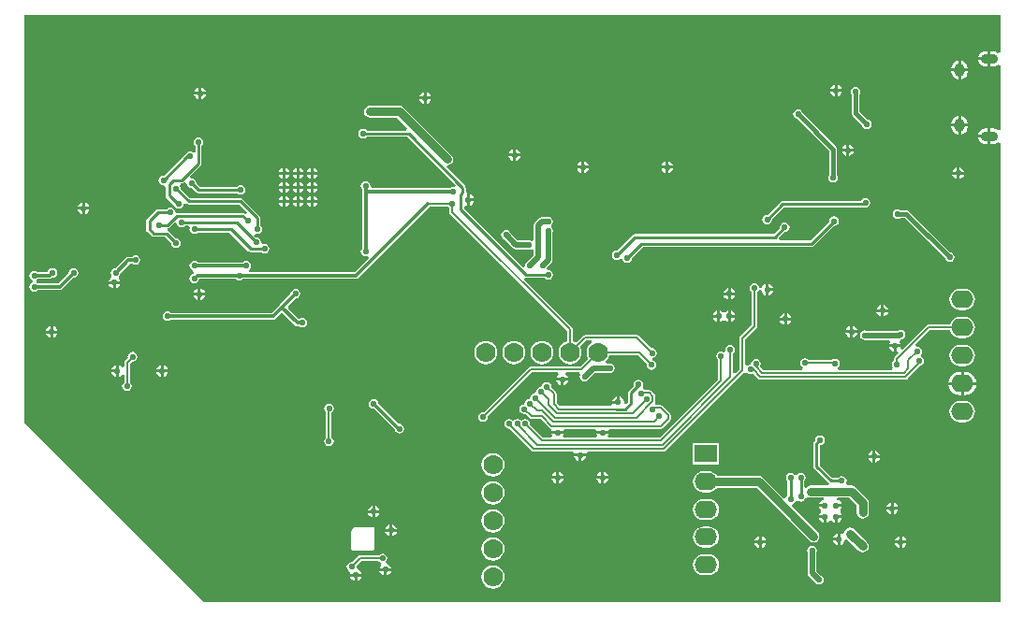
<source format=gbl>
G04 Layer_Physical_Order=2*
G04 Layer_Color=11436288*
%FSLAX25Y25*%
%MOIN*%
G70*
G01*
G75*
%ADD52C,0.01500*%
%ADD53C,0.01000*%
%ADD54C,0.00800*%
%ADD55C,0.02000*%
%ADD57C,0.03000*%
%ADD58C,0.01200*%
%ADD59O,0.03740X0.04921*%
%ADD60O,0.06102X0.03543*%
%ADD61C,0.07000*%
%ADD62O,0.08000X0.06299*%
%ADD63R,0.08000X0.06299*%
%ADD64C,0.02000*%
%ADD65O,0.07874X0.06299*%
%ADD66C,0.02200*%
G36*
X492000Y335255D02*
X491822Y335111D01*
X491200Y334899D01*
X490807Y335201D01*
X490133Y335480D01*
X489409Y335575D01*
X488630D01*
Y332780D01*
Y329984D01*
X489409D01*
X490133Y330079D01*
X490807Y330359D01*
X491200Y330660D01*
X491822Y330448D01*
X492000Y330304D01*
Y307696D01*
X491822Y307552D01*
X491200Y307340D01*
X490807Y307642D01*
X490133Y307921D01*
X489409Y308016D01*
X488630D01*
Y305221D01*
Y302425D01*
X489409D01*
X490133Y302520D01*
X490807Y302799D01*
X491200Y303101D01*
X491822Y302889D01*
X492000Y302745D01*
Y139000D01*
X208500D01*
X144500Y203000D01*
Y348500D01*
X492000D01*
Y335255D01*
D02*
G37*
%LPC*%
G36*
X195542Y221000D02*
X194000D01*
Y219458D01*
X194319Y219522D01*
X195014Y219986D01*
X195478Y220681D01*
X195542Y221000D01*
D02*
G37*
G36*
X177000Y223542D02*
X176681Y223478D01*
X175986Y223014D01*
X175522Y222319D01*
X175458Y222000D01*
X177000D01*
Y223542D01*
D02*
G37*
G36*
X193000D02*
X192681Y223478D01*
X191986Y223014D01*
X191522Y222319D01*
X191458Y222000D01*
X193000D01*
Y223542D01*
D02*
G37*
G36*
X479287Y221185D02*
X479000D01*
Y217500D01*
X483407D01*
X483330Y218083D01*
X482912Y219093D01*
X482247Y219959D01*
X481380Y220625D01*
X480371Y221043D01*
X479287Y221185D01*
D02*
G37*
G36*
X177000Y221000D02*
X175458D01*
X175522Y220681D01*
X175986Y219986D01*
X176681Y219522D01*
X177000Y219458D01*
Y221000D01*
D02*
G37*
G36*
X193000D02*
X191458D01*
X191522Y220681D01*
X191986Y219986D01*
X192681Y219522D01*
X193000Y219458D01*
Y221000D01*
D02*
G37*
G36*
X194000Y223542D02*
Y222000D01*
X195542D01*
X195478Y222319D01*
X195014Y223014D01*
X194319Y223478D01*
X194000Y223542D01*
D02*
G37*
G36*
X328839Y232154D02*
X327769Y232013D01*
X326771Y231600D01*
X325915Y230943D01*
X325258Y230087D01*
X324845Y229089D01*
X324704Y228019D01*
X324845Y226948D01*
X325258Y225951D01*
X325915Y225095D01*
X326771Y224437D01*
X327769Y224024D01*
X328839Y223884D01*
X329909Y224024D01*
X330907Y224437D01*
X331763Y225095D01*
X332420Y225951D01*
X332834Y226948D01*
X332975Y228019D01*
X332834Y229089D01*
X332420Y230087D01*
X331763Y230943D01*
X330907Y231600D01*
X329909Y232013D01*
X328839Y232154D01*
D02*
G37*
G36*
X183039Y228273D02*
X182376Y228141D01*
X181814Y227765D01*
X181438Y227203D01*
X181306Y226539D01*
X181354Y226296D01*
X180279Y225221D01*
X180058Y224890D01*
X179980Y224500D01*
Y223008D01*
X179180Y222765D01*
X179014Y223014D01*
X178319Y223478D01*
X178000Y223542D01*
Y221500D01*
Y219458D01*
X178319Y219522D01*
X179014Y219986D01*
X179180Y220235D01*
X179980Y219992D01*
Y217363D01*
X179774Y217226D01*
X179399Y216663D01*
X179267Y216000D01*
X179399Y215337D01*
X179774Y214774D01*
X180337Y214399D01*
X181000Y214267D01*
X181663Y214399D01*
X182226Y214774D01*
X182601Y215337D01*
X182733Y216000D01*
X182601Y216663D01*
X182226Y217226D01*
X182020Y217363D01*
Y224078D01*
X182796Y224854D01*
X183039Y224806D01*
X183703Y224938D01*
X184265Y225314D01*
X184641Y225876D01*
X184773Y226539D01*
X184641Y227203D01*
X184265Y227765D01*
X183703Y228141D01*
X183039Y228273D01*
D02*
G37*
G36*
X454000Y230000D02*
X452458D01*
X452522Y229681D01*
X452986Y228986D01*
X453681Y228522D01*
X454000Y228458D01*
Y230000D01*
D02*
G37*
G36*
X479287Y230782D02*
X477713D01*
X476734Y230653D01*
X475822Y230275D01*
X475038Y229674D01*
X474437Y228891D01*
X474059Y227979D01*
X473931Y227000D01*
X474059Y226021D01*
X474437Y225109D01*
X475038Y224326D01*
X475822Y223725D01*
X476734Y223347D01*
X477713Y223218D01*
X479287D01*
X480266Y223347D01*
X481178Y223725D01*
X481962Y224326D01*
X482563Y225109D01*
X482940Y226021D01*
X483069Y227000D01*
X482940Y227979D01*
X482563Y228891D01*
X481962Y229674D01*
X481178Y230275D01*
X480266Y230653D01*
X479287Y230782D01*
D02*
G37*
G36*
X308839Y232154D02*
X307769Y232013D01*
X306771Y231600D01*
X305915Y230943D01*
X305258Y230087D01*
X304845Y229089D01*
X304704Y228019D01*
X304845Y226948D01*
X305258Y225951D01*
X305915Y225095D01*
X306771Y224437D01*
X307769Y224024D01*
X308839Y223884D01*
X309910Y224024D01*
X310907Y224437D01*
X311763Y225095D01*
X312421Y225951D01*
X312834Y226948D01*
X312975Y228019D01*
X312834Y229089D01*
X312421Y230087D01*
X311763Y230943D01*
X310907Y231600D01*
X309910Y232013D01*
X308839Y232154D01*
D02*
G37*
G36*
X318839D02*
X317769Y232013D01*
X316772Y231600D01*
X315915Y230943D01*
X315258Y230087D01*
X314845Y229089D01*
X314704Y228019D01*
X314845Y226948D01*
X315258Y225951D01*
X315915Y225095D01*
X316772Y224437D01*
X317769Y224024D01*
X318839Y223884D01*
X319910Y224024D01*
X320907Y224437D01*
X321763Y225095D01*
X322421Y225951D01*
X322834Y226948D01*
X322974Y228019D01*
X322834Y229089D01*
X322421Y230087D01*
X321763Y230943D01*
X320907Y231600D01*
X319910Y232013D01*
X318839Y232154D01*
D02*
G37*
G36*
X253000Y209833D02*
X252337Y209701D01*
X251774Y209326D01*
X251399Y208763D01*
X251267Y208100D01*
X251399Y207437D01*
X251774Y206874D01*
X251917Y206779D01*
Y197700D01*
X251711Y197563D01*
X251336Y197000D01*
X251204Y196337D01*
X251336Y195674D01*
X251711Y195111D01*
X252274Y194736D01*
X252937Y194604D01*
X253600Y194736D01*
X254163Y195111D01*
X254538Y195674D01*
X254670Y196337D01*
X254538Y197000D01*
X254163Y197563D01*
X253957Y197700D01*
Y206695D01*
X254226Y206874D01*
X254601Y207437D01*
X254733Y208100D01*
X254601Y208763D01*
X254226Y209326D01*
X253663Y209701D01*
X253000Y209833D01*
D02*
G37*
G36*
X268900Y211533D02*
X268237Y211401D01*
X267674Y211026D01*
X267299Y210463D01*
X267167Y209800D01*
X267299Y209137D01*
X267674Y208574D01*
X268237Y208199D01*
X268900Y208067D01*
X268902Y208067D01*
X276316Y200654D01*
X276399Y200237D01*
X276774Y199674D01*
X277337Y199299D01*
X278000Y199167D01*
X278663Y199299D01*
X279226Y199674D01*
X279601Y200237D01*
X279733Y200900D01*
X279601Y201563D01*
X279226Y202126D01*
X278663Y202501D01*
X278000Y202633D01*
X277831Y202600D01*
X270633Y209798D01*
X270633Y209800D01*
X270501Y210463D01*
X270126Y211026D01*
X269563Y211401D01*
X268900Y211533D01*
D02*
G37*
G36*
X479287Y210782D02*
X477713D01*
X476734Y210653D01*
X475822Y210275D01*
X475038Y209674D01*
X474437Y208891D01*
X474059Y207979D01*
X473931Y207000D01*
X474059Y206021D01*
X474437Y205109D01*
X475038Y204326D01*
X475822Y203725D01*
X476734Y203347D01*
X477713Y203218D01*
X479287D01*
X480266Y203347D01*
X481178Y203725D01*
X481962Y204326D01*
X482563Y205109D01*
X482940Y206021D01*
X483069Y207000D01*
X482940Y207979D01*
X482563Y208891D01*
X481962Y209674D01*
X481178Y210275D01*
X480266Y210653D01*
X479287Y210782D01*
D02*
G37*
G36*
X344381Y191019D02*
X342839D01*
Y189477D01*
X343159Y189541D01*
X343853Y190005D01*
X344317Y190700D01*
X344381Y191019D01*
D02*
G37*
G36*
X446539Y193002D02*
X446220Y192939D01*
X445525Y192475D01*
X445061Y191780D01*
X444998Y191461D01*
X446539D01*
Y193002D01*
D02*
G37*
G36*
X447539D02*
Y191461D01*
X449081D01*
X449017Y191780D01*
X448553Y192475D01*
X447859Y192939D01*
X447539Y193002D01*
D02*
G37*
G36*
X363100Y218333D02*
X362437Y218201D01*
X361874Y217826D01*
X361499Y217263D01*
X361367Y216600D01*
X361441Y216227D01*
X359807Y214593D01*
X359564Y214229D01*
X359478Y213800D01*
X359478Y213800D01*
Y210565D01*
X358687Y209774D01*
X357950Y210168D01*
X357980Y210319D01*
X357817Y211138D01*
X357353Y211833D01*
X356659Y212297D01*
X356339Y212361D01*
Y210319D01*
X355839D01*
Y209819D01*
X353798D01*
X353814Y209738D01*
X353347Y208939D01*
X335086D01*
X333999Y210025D01*
Y213280D01*
X333922Y213670D01*
X333701Y214001D01*
X332115Y215587D01*
X332163Y215830D01*
X332031Y216493D01*
X331656Y217056D01*
X331093Y217431D01*
X330430Y217563D01*
X329767Y217431D01*
X329204Y217056D01*
X328829Y216493D01*
X328815Y216423D01*
X328353Y215738D01*
X327922Y215622D01*
X327667Y215571D01*
X327104Y215196D01*
X326729Y214633D01*
X326678Y214378D01*
X326562Y213947D01*
X325877Y213486D01*
X325807Y213472D01*
X325244Y213096D01*
X324869Y212533D01*
X324836Y212370D01*
X324568Y211792D01*
X323990Y211524D01*
X323827Y211492D01*
X323265Y211116D01*
X322889Y210554D01*
X322856Y210390D01*
X322588Y209812D01*
X322010Y209544D01*
X321847Y209512D01*
X321285Y209136D01*
X320909Y208574D01*
X320777Y207910D01*
X320909Y207247D01*
X321285Y206685D01*
X321847Y206309D01*
X322510Y206177D01*
X322753Y206225D01*
X324339Y204639D01*
X324670Y204418D01*
X325060Y204341D01*
X328315D01*
X331458Y201198D01*
X331788Y200977D01*
X331821Y200970D01*
X332252Y200466D01*
X332313Y200099D01*
X332297Y200019D01*
X336381D01*
X336365Y200099D01*
X336831Y200899D01*
X347847D01*
X348313Y200099D01*
X348298Y200019D01*
X352381D01*
X352365Y200099D01*
X352831Y200899D01*
X371219D01*
X371609Y200977D01*
X371940Y201198D01*
X374421Y203679D01*
X374642Y204010D01*
X374720Y204400D01*
Y205700D01*
X374642Y206090D01*
X374421Y206421D01*
X371821Y209021D01*
X371490Y209242D01*
X371100Y209320D01*
X369483D01*
X369284Y209569D01*
X369095Y210120D01*
X369202Y210280D01*
X369280Y210670D01*
Y212409D01*
X369202Y212800D01*
X368981Y213130D01*
X367751Y214361D01*
X367420Y214582D01*
X367030Y214659D01*
X365463D01*
X365406Y214745D01*
X364844Y215121D01*
X364701Y215937D01*
X364833Y216600D01*
X364701Y217263D01*
X364326Y217826D01*
X363763Y218201D01*
X363100Y218333D01*
D02*
G37*
G36*
X335500Y218000D02*
X333958D01*
X334022Y217681D01*
X334486Y216986D01*
X335181Y216522D01*
X335500Y216458D01*
Y218000D01*
D02*
G37*
G36*
X338042D02*
X336500D01*
Y216458D01*
X336819Y216522D01*
X337514Y216986D01*
X337978Y217681D01*
X338042Y218000D01*
D02*
G37*
G36*
X478000Y221185D02*
X477713D01*
X476629Y221043D01*
X475620Y220625D01*
X474753Y219959D01*
X474088Y219093D01*
X473670Y218083D01*
X473593Y217500D01*
X478000D01*
Y221185D01*
D02*
G37*
G36*
X355339Y212361D02*
X355020Y212297D01*
X354325Y211833D01*
X353861Y211138D01*
X353798Y210819D01*
X355339D01*
Y212361D01*
D02*
G37*
G36*
X478000Y216500D02*
X473593D01*
X473670Y215917D01*
X474088Y214907D01*
X474753Y214040D01*
X475620Y213375D01*
X476629Y212957D01*
X477713Y212815D01*
X478000D01*
Y216500D01*
D02*
G37*
G36*
X483407D02*
X479000D01*
Y212815D01*
X479287D01*
X480371Y212957D01*
X481380Y213375D01*
X482247Y214040D01*
X482912Y214907D01*
X483330Y215917D01*
X483407Y216500D01*
D02*
G37*
G36*
X452042Y242500D02*
X450500D01*
Y240958D01*
X450819Y241022D01*
X451514Y241486D01*
X451978Y242181D01*
X452042Y242500D01*
D02*
G37*
G36*
X391195Y243042D02*
X390876Y242978D01*
X390181Y242514D01*
X389717Y241819D01*
X389653Y241500D01*
X391195D01*
Y243042D01*
D02*
G37*
G36*
X396000D02*
Y241500D01*
X397542D01*
X397478Y241819D01*
X397014Y242514D01*
X396319Y242978D01*
X396000Y243042D01*
D02*
G37*
G36*
X415000Y242042D02*
X414681Y241978D01*
X413986Y241514D01*
X413522Y240819D01*
X413458Y240500D01*
X415000D01*
Y242042D01*
D02*
G37*
G36*
X416000D02*
Y240500D01*
X417542D01*
X417478Y240819D01*
X417014Y241514D01*
X416319Y241978D01*
X416000Y242042D01*
D02*
G37*
G36*
X449500Y242500D02*
X447958D01*
X448022Y242181D01*
X448486Y241486D01*
X449181Y241022D01*
X449500Y240958D01*
Y242500D01*
D02*
G37*
G36*
X395000Y243042D02*
X394681Y242978D01*
X393986Y242514D01*
X393209D01*
X392514Y242978D01*
X392195Y243042D01*
Y241000D01*
Y238958D01*
X392514Y239022D01*
X393209Y239486D01*
X393986D01*
X394681Y239022D01*
X395000Y238958D01*
Y241000D01*
Y243042D01*
D02*
G37*
G36*
X206300Y248300D02*
X204758D01*
X204822Y247981D01*
X205286Y247286D01*
X205981Y246822D01*
X206300Y246758D01*
Y248300D01*
D02*
G37*
G36*
X208842D02*
X207300D01*
Y246758D01*
X207619Y246822D01*
X208314Y247286D01*
X208778Y247981D01*
X208842Y248300D01*
D02*
G37*
G36*
X395000Y248500D02*
X393458D01*
X393522Y248181D01*
X393986Y247486D01*
X394681Y247022D01*
X395000Y246958D01*
Y248500D01*
D02*
G37*
G36*
X479287Y250782D02*
X477713D01*
X476734Y250653D01*
X475822Y250275D01*
X475038Y249674D01*
X474437Y248891D01*
X474059Y247979D01*
X473931Y247000D01*
X474059Y246021D01*
X474437Y245109D01*
X475038Y244326D01*
X475822Y243725D01*
X476734Y243347D01*
X477713Y243218D01*
X479287D01*
X480266Y243347D01*
X481178Y243725D01*
X481962Y244326D01*
X482563Y245109D01*
X482940Y246021D01*
X483069Y247000D01*
X482940Y247979D01*
X482563Y248891D01*
X481962Y249674D01*
X481178Y250275D01*
X480266Y250653D01*
X479287Y250782D01*
D02*
G37*
G36*
X449500Y245042D02*
X449181Y244978D01*
X448486Y244514D01*
X448022Y243819D01*
X447958Y243500D01*
X449500D01*
Y245042D01*
D02*
G37*
G36*
X450500D02*
Y243500D01*
X452042D01*
X451978Y243819D01*
X451514Y244514D01*
X450819Y244978D01*
X450500Y245042D01*
D02*
G37*
G36*
X441042Y235000D02*
X439500D01*
Y233458D01*
X439819Y233522D01*
X440514Y233986D01*
X440978Y234681D01*
X441042Y235000D01*
D02*
G37*
G36*
X456500Y236233D02*
X455837Y236101D01*
X455443Y235838D01*
X444306D01*
X443793Y235940D01*
X443130Y235808D01*
X442568Y235432D01*
X442192Y234870D01*
X442060Y234207D01*
X442192Y233543D01*
X442568Y232981D01*
X443130Y232605D01*
X443793Y232473D01*
X444306Y232575D01*
X452472D01*
X452515Y232528D01*
X452827Y231775D01*
X452522Y231319D01*
X452458Y231000D01*
X456542D01*
X456478Y231319D01*
X456173Y231775D01*
X456181Y231962D01*
X456390Y232502D01*
X456490Y232632D01*
X456831Y232700D01*
X457114Y232889D01*
X457163Y232899D01*
X457726Y233274D01*
X458101Y233837D01*
X458233Y234500D01*
X458101Y235163D01*
X457726Y235726D01*
X457163Y236101D01*
X456500Y236233D01*
D02*
G37*
G36*
X153719Y237467D02*
X153400Y237403D01*
X152705Y236939D01*
X152241Y236245D01*
X152178Y235925D01*
X153719D01*
Y237467D01*
D02*
G37*
G36*
Y234925D02*
X152178D01*
X152241Y234606D01*
X152705Y233911D01*
X153400Y233447D01*
X153719Y233384D01*
Y234925D01*
D02*
G37*
G36*
X156261D02*
X154719D01*
Y233384D01*
X155039Y233447D01*
X155733Y233911D01*
X156198Y234606D01*
X156261Y234925D01*
D02*
G37*
G36*
X438500Y235000D02*
X436958D01*
X437022Y234681D01*
X437486Y233986D01*
X438181Y233522D01*
X438500Y233458D01*
Y235000D01*
D02*
G37*
G36*
X154719Y237467D02*
Y235925D01*
X156261D01*
X156198Y236245D01*
X155733Y236939D01*
X155039Y237403D01*
X154719Y237467D01*
D02*
G37*
G36*
X417542Y239500D02*
X416000D01*
Y237958D01*
X416319Y238022D01*
X417014Y238486D01*
X417478Y239181D01*
X417542Y239500D01*
D02*
G37*
G36*
X391195Y240500D02*
X389653D01*
X389717Y240181D01*
X390181Y239486D01*
X390876Y239022D01*
X391195Y238958D01*
Y240500D01*
D02*
G37*
G36*
X397542D02*
X396000D01*
Y238958D01*
X396319Y239022D01*
X397014Y239486D01*
X397478Y240181D01*
X397542Y240500D01*
D02*
G37*
G36*
X438500Y237542D02*
X438181Y237478D01*
X437486Y237014D01*
X437022Y236319D01*
X436958Y236000D01*
X438500D01*
Y237542D01*
D02*
G37*
G36*
X439500D02*
Y236000D01*
X441042D01*
X440978Y236319D01*
X440514Y237014D01*
X439819Y237478D01*
X439500Y237542D01*
D02*
G37*
G36*
X415000Y239500D02*
X413458D01*
X413522Y239181D01*
X413986Y238486D01*
X414681Y238022D01*
X415000Y237958D01*
Y239500D01*
D02*
G37*
G36*
X341839Y191019D02*
X340298D01*
X340361Y190700D01*
X340825Y190005D01*
X341520Y189541D01*
X341839Y189477D01*
Y191019D01*
D02*
G37*
G36*
X405996Y162546D02*
X405677Y162482D01*
X404982Y162018D01*
X404518Y161323D01*
X404454Y161004D01*
X405996D01*
Y162546D01*
D02*
G37*
G36*
X406996D02*
Y161004D01*
X408538D01*
X408474Y161323D01*
X408010Y162018D01*
X407315Y162482D01*
X406996Y162546D01*
D02*
G37*
G36*
X456004D02*
X455685Y162482D01*
X454990Y162018D01*
X454526Y161323D01*
X454462Y161004D01*
X456004D01*
Y162546D01*
D02*
G37*
G36*
X458546Y160004D02*
X457004D01*
Y158462D01*
X457323Y158526D01*
X458018Y158990D01*
X458482Y159685D01*
X458546Y160004D01*
D02*
G37*
G36*
X388050Y166054D02*
X386350D01*
X385371Y165926D01*
X384459Y165548D01*
X383675Y164947D01*
X383074Y164163D01*
X382697Y163251D01*
X382568Y162272D01*
X382697Y161294D01*
X383074Y160381D01*
X383675Y159598D01*
X384459Y158997D01*
X385371Y158619D01*
X386350Y158491D01*
X388050D01*
X389029Y158619D01*
X389941Y158997D01*
X390725Y159598D01*
X391326Y160381D01*
X391704Y161294D01*
X391832Y162272D01*
X391704Y163251D01*
X391326Y164163D01*
X390725Y164947D01*
X389941Y165548D01*
X389029Y165926D01*
X388050Y166054D01*
D02*
G37*
G36*
X434000Y161000D02*
X432458D01*
X432522Y160681D01*
X432986Y159986D01*
X433681Y159522D01*
X434000Y159458D01*
Y161000D01*
D02*
G37*
G36*
X457004Y162546D02*
Y161004D01*
X458546D01*
X458482Y161323D01*
X458018Y162018D01*
X457323Y162482D01*
X457004Y162546D01*
D02*
G37*
G36*
X438500Y165641D02*
X437681Y165478D01*
X436986Y165014D01*
X436522Y164319D01*
X436402Y163717D01*
X435836Y163367D01*
X435582Y163302D01*
X435319Y163478D01*
X435000Y163542D01*
Y161500D01*
Y159458D01*
X435319Y159522D01*
X436014Y159986D01*
X436478Y160681D01*
X436591Y161249D01*
X437279Y161554D01*
X437407Y161564D01*
X441486Y157486D01*
X442181Y157022D01*
X443000Y156859D01*
X443819Y157022D01*
X444514Y157486D01*
X444978Y158181D01*
X445141Y159000D01*
X444978Y159819D01*
X444514Y160514D01*
X440014Y165014D01*
X439319Y165478D01*
X438500Y165641D01*
D02*
G37*
G36*
X311339Y172154D02*
X310269Y172013D01*
X309272Y171600D01*
X308415Y170943D01*
X307758Y170087D01*
X307345Y169089D01*
X307204Y168019D01*
X307345Y166949D01*
X307758Y165951D01*
X308415Y165095D01*
X309272Y164437D01*
X310269Y164024D01*
X311339Y163883D01*
X312409Y164024D01*
X313407Y164437D01*
X314263Y165095D01*
X314920Y165951D01*
X315334Y166949D01*
X315475Y168019D01*
X315334Y169089D01*
X314920Y170087D01*
X314263Y170943D01*
X313407Y171600D01*
X312409Y172013D01*
X311339Y172154D01*
D02*
G37*
G36*
X274500Y166699D02*
X274181Y166636D01*
X273486Y166172D01*
X273022Y165477D01*
X272958Y165157D01*
X274500D01*
Y166699D01*
D02*
G37*
G36*
X434000Y163542D02*
X433681Y163478D01*
X432986Y163014D01*
X432522Y162319D01*
X432458Y162000D01*
X434000D01*
Y163542D01*
D02*
G37*
G36*
X274500Y164157D02*
X272958D01*
X273022Y163838D01*
X273486Y163144D01*
X274181Y162679D01*
X274500Y162616D01*
Y164157D01*
D02*
G37*
G36*
X277042D02*
X275500D01*
Y162616D01*
X275819Y162679D01*
X276514Y163144D01*
X276978Y163838D01*
X277042Y164157D01*
D02*
G37*
G36*
X264542Y148158D02*
X263000D01*
Y146616D01*
X263319Y146679D01*
X264014Y147143D01*
X264478Y147838D01*
X264542Y148158D01*
D02*
G37*
G36*
X272500Y150157D02*
X270958D01*
X271022Y149838D01*
X271486Y149144D01*
X272181Y148679D01*
X272500Y148616D01*
Y150157D01*
D02*
G37*
G36*
X275042D02*
X273500D01*
Y148616D01*
X273819Y148679D01*
X274514Y149144D01*
X274978Y149838D01*
X275042Y150157D01*
D02*
G37*
G36*
X311339Y152154D02*
X310269Y152013D01*
X309272Y151600D01*
X308415Y150943D01*
X307758Y150087D01*
X307345Y149089D01*
X307204Y148019D01*
X307345Y146949D01*
X307758Y145951D01*
X308415Y145095D01*
X309272Y144438D01*
X310269Y144024D01*
X311339Y143884D01*
X312409Y144024D01*
X313407Y144438D01*
X314263Y145095D01*
X314920Y145951D01*
X315334Y146949D01*
X315475Y148019D01*
X315334Y149089D01*
X314920Y150087D01*
X314263Y150943D01*
X313407Y151600D01*
X312409Y152013D01*
X311339Y152154D01*
D02*
G37*
G36*
X425000Y159233D02*
X424337Y159101D01*
X423774Y158726D01*
X423399Y158163D01*
X423267Y157500D01*
X423369Y156988D01*
Y149500D01*
X423493Y148876D01*
X423846Y148346D01*
X425984Y146209D01*
X426274Y145774D01*
X426837Y145399D01*
X427500Y145267D01*
X428163Y145399D01*
X428726Y145774D01*
X429101Y146337D01*
X429233Y147000D01*
X429101Y147663D01*
X428726Y148226D01*
X428291Y148516D01*
X426631Y150176D01*
Y156988D01*
X426733Y157500D01*
X426601Y158163D01*
X426226Y158726D01*
X425663Y159101D01*
X425000Y159233D01*
D02*
G37*
G36*
X262000Y148158D02*
X260458D01*
X260522Y147838D01*
X260986Y147143D01*
X261681Y146679D01*
X262000Y146616D01*
Y148158D01*
D02*
G37*
G36*
X388050Y156212D02*
X386350D01*
X385371Y156083D01*
X384459Y155705D01*
X383675Y155104D01*
X383074Y154321D01*
X382697Y153409D01*
X382568Y152430D01*
X382697Y151451D01*
X383074Y150539D01*
X383675Y149756D01*
X384459Y149155D01*
X385371Y148777D01*
X386350Y148648D01*
X388050D01*
X389029Y148777D01*
X389941Y149155D01*
X390725Y149756D01*
X391326Y150539D01*
X391704Y151451D01*
X391832Y152430D01*
X391704Y153409D01*
X391326Y154321D01*
X390725Y155104D01*
X389941Y155705D01*
X389029Y156083D01*
X388050Y156212D01*
D02*
G37*
G36*
X405996Y160004D02*
X404454D01*
X404518Y159685D01*
X404982Y158990D01*
X405677Y158526D01*
X405996Y158462D01*
Y160004D01*
D02*
G37*
G36*
X408538D02*
X406996D01*
Y158462D01*
X407315Y158526D01*
X408010Y158990D01*
X408474Y159685D01*
X408538Y160004D01*
D02*
G37*
G36*
X456004D02*
X454462D01*
X454526Y159685D01*
X454990Y158990D01*
X455685Y158526D01*
X456004Y158462D01*
Y160004D01*
D02*
G37*
G36*
X272000Y156391D02*
X271337Y156259D01*
X270774Y155883D01*
X270637Y155677D01*
X264000D01*
X263610Y155599D01*
X263279Y155378D01*
X261243Y153342D01*
X261000Y153391D01*
X260337Y153259D01*
X259774Y152883D01*
X259399Y152321D01*
X259267Y151657D01*
X259399Y150994D01*
X259774Y150432D01*
X260067Y150236D01*
X260522Y149477D01*
X260458Y149158D01*
X264542D01*
X264478Y149477D01*
X264014Y150171D01*
X263319Y150636D01*
X263285Y150643D01*
X263252Y150660D01*
X262716Y151571D01*
X262733Y151657D01*
X262685Y151900D01*
X264422Y153638D01*
X270637D01*
X270774Y153432D01*
X271337Y153056D01*
X271362Y153051D01*
X271531Y152202D01*
X271486Y152172D01*
X271022Y151477D01*
X270958Y151157D01*
X275042D01*
X274978Y151477D01*
X274514Y152172D01*
X273819Y152636D01*
X273553Y152689D01*
X273410Y153014D01*
X273307Y153553D01*
X273601Y153994D01*
X273733Y154657D01*
X273601Y155321D01*
X273226Y155883D01*
X272663Y156259D01*
X272000Y156391D01*
D02*
G37*
G36*
X311339Y162154D02*
X310269Y162013D01*
X309272Y161600D01*
X308415Y160943D01*
X307758Y160087D01*
X307345Y159089D01*
X307204Y158019D01*
X307345Y156949D01*
X307758Y155951D01*
X308415Y155095D01*
X309272Y154437D01*
X310269Y154024D01*
X311339Y153884D01*
X312409Y154024D01*
X313407Y154437D01*
X314263Y155095D01*
X314920Y155951D01*
X315334Y156949D01*
X315475Y158019D01*
X315334Y159089D01*
X314920Y160087D01*
X314263Y160943D01*
X313407Y161600D01*
X312409Y162013D01*
X311339Y162154D01*
D02*
G37*
G36*
X268543Y165893D02*
X262244D01*
X261785Y165703D01*
X260998Y164916D01*
X260807Y164457D01*
Y158158D01*
X260998Y157698D01*
X261457Y157508D01*
X268543D01*
X269003Y157698D01*
X269193Y158158D01*
Y165244D01*
X269003Y165703D01*
X268543Y165893D01*
D02*
G37*
G36*
X349839Y183019D02*
X348298D01*
X348361Y182700D01*
X348825Y182005D01*
X349520Y181541D01*
X349839Y181477D01*
Y183019D01*
D02*
G37*
G36*
X352381D02*
X350839D01*
Y181477D01*
X351159Y181541D01*
X351853Y182005D01*
X352317Y182700D01*
X352381Y183019D01*
D02*
G37*
G36*
X311339Y192154D02*
X310269Y192013D01*
X309272Y191600D01*
X308415Y190943D01*
X307758Y190087D01*
X307345Y189089D01*
X307204Y188019D01*
X307345Y186949D01*
X307758Y185951D01*
X308415Y185095D01*
X309272Y184438D01*
X310269Y184024D01*
X311339Y183884D01*
X312409Y184024D01*
X313407Y184438D01*
X314263Y185095D01*
X314920Y185951D01*
X315334Y186949D01*
X315475Y188019D01*
X315334Y189089D01*
X314920Y190087D01*
X314263Y190943D01*
X313407Y191600D01*
X312409Y192013D01*
X311339Y192154D01*
D02*
G37*
G36*
X427800Y198533D02*
X427137Y198401D01*
X426574Y198026D01*
X426199Y197463D01*
X426067Y196800D01*
X426091Y196677D01*
X425807Y196393D01*
X425564Y196029D01*
X425478Y195600D01*
X425478Y195600D01*
Y187400D01*
X425478Y187400D01*
X425564Y186971D01*
X425807Y186607D01*
X430907Y181507D01*
X431005Y181441D01*
X430763Y180641D01*
X424500D01*
X423681Y180478D01*
X422986Y180014D01*
X422922Y179918D01*
X422122Y180160D01*
Y182205D01*
X422226Y182274D01*
X422601Y182837D01*
X422733Y183500D01*
X422601Y184163D01*
X422226Y184726D01*
X421663Y185101D01*
X421000Y185233D01*
X420337Y185101D01*
X419774Y184726D01*
X419648Y184536D01*
X418712Y184497D01*
X418626Y184626D01*
X418063Y185001D01*
X417400Y185133D01*
X416737Y185001D01*
X416174Y184626D01*
X415799Y184063D01*
X415667Y183400D01*
X415799Y182737D01*
X416174Y182174D01*
X416278Y182105D01*
Y177095D01*
X416174Y177026D01*
X415799Y176463D01*
X415782Y176378D01*
X414914Y176114D01*
X407556Y183472D01*
X406862Y183936D01*
X406042Y184099D01*
X391134D01*
X390725Y184632D01*
X389941Y185233D01*
X389029Y185611D01*
X388050Y185739D01*
X386350D01*
X385371Y185611D01*
X384459Y185233D01*
X383675Y184632D01*
X383074Y183849D01*
X382697Y182936D01*
X382568Y181957D01*
X382697Y180979D01*
X383074Y180067D01*
X383675Y179283D01*
X384459Y178682D01*
X385371Y178304D01*
X386350Y178175D01*
X388050D01*
X389029Y178304D01*
X389941Y178682D01*
X390725Y179283D01*
X391134Y179816D01*
X405156D01*
X423986Y160986D01*
X424681Y160522D01*
X425500Y160359D01*
X426319Y160522D01*
X427014Y160986D01*
X427478Y161681D01*
X427641Y162500D01*
X427478Y163319D01*
X427014Y164014D01*
X417715Y173314D01*
X417978Y174182D01*
X418063Y174199D01*
X418626Y174574D01*
X419001Y175137D01*
X419327Y175237D01*
X419854Y175321D01*
X420337Y174999D01*
X421000Y174867D01*
X421663Y174999D01*
X422226Y175374D01*
X422601Y175937D01*
X422662Y176241D01*
X423442Y176642D01*
X423496Y176645D01*
X423681Y176522D01*
X424500Y176359D01*
X429007D01*
X429086Y175559D01*
X428681Y175478D01*
X427986Y175014D01*
X427522Y174319D01*
X427458Y174000D01*
X429500D01*
Y173000D01*
X427458D01*
X427522Y172681D01*
X427986Y171986D01*
X427993Y171981D01*
Y171019D01*
X427986Y171014D01*
X427522Y170319D01*
X427458Y170000D01*
X429500D01*
Y169500D01*
X430000D01*
Y167458D01*
X430319Y167522D01*
X431014Y167986D01*
X431019Y167993D01*
X431981D01*
X431986Y167986D01*
X432681Y167522D01*
X433000Y167458D01*
Y169500D01*
X433500D01*
Y170000D01*
X435542D01*
X435478Y170319D01*
X435014Y171014D01*
X435007Y171019D01*
Y171981D01*
X435014Y171986D01*
X435478Y172681D01*
X435542Y173000D01*
X433500D01*
Y174000D01*
X435542D01*
X435478Y174319D01*
X435014Y175014D01*
X434319Y175478D01*
X433914Y175559D01*
X433992Y176359D01*
X438113D01*
X440859Y173613D01*
Y171000D01*
X441022Y170181D01*
X441486Y169486D01*
X442181Y169022D01*
X443000Y168859D01*
X443819Y169022D01*
X444514Y169486D01*
X444978Y170181D01*
X445141Y171000D01*
Y174500D01*
X444978Y175319D01*
X444514Y176014D01*
X440514Y180014D01*
X439819Y180478D01*
X439000Y180641D01*
X437498D01*
X437071Y181441D01*
X437201Y181637D01*
X437333Y182300D01*
X437201Y182963D01*
X436826Y183526D01*
X436263Y183901D01*
X435600Y184033D01*
X434937Y183901D01*
X434374Y183526D01*
X434305Y183422D01*
X432165D01*
X427722Y187865D01*
Y195002D01*
X427800Y195067D01*
X428463Y195199D01*
X429026Y195574D01*
X429401Y196137D01*
X429533Y196800D01*
X429401Y197463D01*
X429026Y198026D01*
X428463Y198401D01*
X427800Y198533D01*
D02*
G37*
G36*
X333839Y183019D02*
X332297D01*
X332361Y182700D01*
X332825Y182005D01*
X333520Y181541D01*
X333839Y181477D01*
Y183019D01*
D02*
G37*
G36*
X336381D02*
X334839D01*
Y181477D01*
X335159Y181541D01*
X335853Y182005D01*
X336317Y182700D01*
X336381Y183019D01*
D02*
G37*
G36*
X333839Y185561D02*
X333520Y185497D01*
X332825Y185033D01*
X332361Y184338D01*
X332297Y184019D01*
X333839D01*
Y185561D01*
D02*
G37*
G36*
X391800Y195750D02*
X382600D01*
Y188250D01*
X391800D01*
Y195750D01*
D02*
G37*
G36*
X446539Y190461D02*
X444998D01*
X445061Y190141D01*
X445525Y189447D01*
X446220Y188982D01*
X446539Y188919D01*
Y190461D01*
D02*
G37*
G36*
X449081D02*
X447539D01*
Y188919D01*
X447859Y188982D01*
X448553Y189447D01*
X449017Y190141D01*
X449081Y190461D01*
D02*
G37*
G36*
X334839Y185561D02*
Y184019D01*
X336381D01*
X336317Y184338D01*
X335853Y185033D01*
X335159Y185497D01*
X334839Y185561D01*
D02*
G37*
G36*
X349839D02*
X349520Y185497D01*
X348825Y185033D01*
X348361Y184338D01*
X348298Y184019D01*
X349839D01*
Y185561D01*
D02*
G37*
G36*
X350839D02*
Y184019D01*
X352381D01*
X352317Y184338D01*
X351853Y185033D01*
X351159Y185497D01*
X350839Y185561D01*
D02*
G37*
G36*
X388050Y175897D02*
X386350D01*
X385371Y175768D01*
X384459Y175390D01*
X383675Y174789D01*
X383074Y174006D01*
X382697Y173094D01*
X382568Y172115D01*
X382697Y171136D01*
X383074Y170224D01*
X383675Y169441D01*
X384459Y168840D01*
X385371Y168462D01*
X386350Y168333D01*
X388050D01*
X389029Y168462D01*
X389941Y168840D01*
X390725Y169441D01*
X391326Y170224D01*
X391704Y171136D01*
X391832Y172115D01*
X391704Y173094D01*
X391326Y174006D01*
X390725Y174789D01*
X389941Y175390D01*
X389029Y175768D01*
X388050Y175897D01*
D02*
G37*
G36*
X268400Y170858D02*
X266858D01*
X266922Y170538D01*
X267386Y169843D01*
X268081Y169379D01*
X268400Y169316D01*
Y170858D01*
D02*
G37*
G36*
X270942D02*
X269400D01*
Y169316D01*
X269719Y169379D01*
X270414Y169843D01*
X270878Y170538D01*
X270942Y170858D01*
D02*
G37*
G36*
X275500Y166699D02*
Y165157D01*
X277042D01*
X276978Y165477D01*
X276514Y166172D01*
X275819Y166636D01*
X275500Y166699D01*
D02*
G37*
G36*
X429000Y169000D02*
X427458D01*
X427522Y168681D01*
X427986Y167986D01*
X428681Y167522D01*
X429000Y167458D01*
Y169000D01*
D02*
G37*
G36*
X435542D02*
X434000D01*
Y167458D01*
X434319Y167522D01*
X435014Y167986D01*
X435478Y168681D01*
X435542Y169000D01*
D02*
G37*
G36*
X453000Y172000D02*
X451458D01*
X451522Y171681D01*
X451986Y170986D01*
X452681Y170522D01*
X453000Y170458D01*
Y172000D01*
D02*
G37*
G36*
Y174542D02*
X452681Y174478D01*
X451986Y174014D01*
X451522Y173319D01*
X451458Y173000D01*
X453000D01*
Y174542D01*
D02*
G37*
G36*
X454000D02*
Y173000D01*
X455542D01*
X455478Y173319D01*
X455014Y174014D01*
X454319Y174478D01*
X454000Y174542D01*
D02*
G37*
G36*
X311339Y182154D02*
X310269Y182013D01*
X309272Y181600D01*
X308415Y180943D01*
X307758Y180087D01*
X307345Y179089D01*
X307204Y178019D01*
X307345Y176949D01*
X307758Y175951D01*
X308415Y175095D01*
X309272Y174437D01*
X310269Y174024D01*
X311339Y173883D01*
X312409Y174024D01*
X313407Y174437D01*
X314263Y175095D01*
X314920Y175951D01*
X315334Y176949D01*
X315475Y178019D01*
X315334Y179089D01*
X314920Y180087D01*
X314263Y180943D01*
X313407Y181600D01*
X312409Y182013D01*
X311339Y182154D01*
D02*
G37*
G36*
X455542Y172000D02*
X454000D01*
Y170458D01*
X454319Y170522D01*
X455014Y170986D01*
X455478Y171681D01*
X455542Y172000D01*
D02*
G37*
G36*
X268400Y173399D02*
X268081Y173336D01*
X267386Y172871D01*
X266922Y172177D01*
X266858Y171858D01*
X268400D01*
Y173399D01*
D02*
G37*
G36*
X269400D02*
Y171858D01*
X270942D01*
X270878Y172177D01*
X270414Y172871D01*
X269719Y173336D01*
X269400Y173399D01*
D02*
G37*
G36*
X397542Y248500D02*
X396000D01*
Y246958D01*
X396319Y247022D01*
X397014Y247486D01*
X397478Y248181D01*
X397542Y248500D01*
D02*
G37*
G36*
X373905Y296137D02*
Y294595D01*
X375447D01*
X375383Y294914D01*
X374919Y295609D01*
X374224Y296073D01*
X373905Y296137D01*
D02*
G37*
G36*
X318500Y298000D02*
X316958D01*
X317022Y297681D01*
X317486Y296986D01*
X318181Y296522D01*
X318500Y296458D01*
Y298000D01*
D02*
G37*
G36*
X321042D02*
X319500D01*
Y296458D01*
X319819Y296522D01*
X320514Y296986D01*
X320978Y297681D01*
X321042Y298000D01*
D02*
G37*
G36*
X342905Y296137D02*
X342586Y296073D01*
X341891Y295609D01*
X341427Y294914D01*
X341363Y294595D01*
X342905D01*
Y296137D01*
D02*
G37*
G36*
X343905D02*
Y294595D01*
X345447D01*
X345383Y294914D01*
X344919Y295609D01*
X344224Y296073D01*
X343905Y296137D01*
D02*
G37*
G36*
X372905D02*
X372586Y296073D01*
X371891Y295609D01*
X371427Y294914D01*
X371363Y294595D01*
X372905D01*
Y296137D01*
D02*
G37*
G36*
X437250Y299750D02*
X435708D01*
X435772Y299431D01*
X436236Y298736D01*
X436931Y298272D01*
X437250Y298208D01*
Y299750D01*
D02*
G37*
G36*
X206500Y304733D02*
X205837Y304601D01*
X205274Y304226D01*
X204899Y303663D01*
X204767Y303000D01*
X204899Y302337D01*
X205274Y301774D01*
X205379Y301705D01*
Y299678D01*
X205113Y299494D01*
X204578Y299324D01*
X204163Y299601D01*
X203500Y299733D01*
X202837Y299601D01*
X202274Y299226D01*
X202160Y299054D01*
X202071Y299036D01*
X201707Y298793D01*
X201707Y298793D01*
X194123Y291209D01*
X194000Y291233D01*
X193337Y291101D01*
X192774Y290726D01*
X192399Y290163D01*
X192267Y289500D01*
X192399Y288837D01*
X192774Y288274D01*
X193337Y287899D01*
X194000Y287767D01*
X194078Y287782D01*
X194878Y287154D01*
Y284000D01*
X194878Y284000D01*
X194964Y283571D01*
X195207Y283207D01*
X197854Y280560D01*
X197899Y280337D01*
X198274Y279774D01*
X198837Y279399D01*
X199500Y279267D01*
X200163Y279399D01*
X200726Y279774D01*
X201101Y280337D01*
X201233Y281000D01*
X201221Y281061D01*
X201958Y281455D01*
X202207Y281207D01*
X202207Y281207D01*
X202571Y280964D01*
X203000Y280878D01*
X203000Y280878D01*
X221035D01*
X223854Y278060D01*
X223573Y277210D01*
X223402Y277184D01*
X223093Y277493D01*
X222729Y277736D01*
X222300Y277822D01*
X222300Y277821D01*
X199013D01*
X198233Y278000D01*
X198101Y278663D01*
X197726Y279226D01*
X197163Y279601D01*
X196500Y279733D01*
X195837Y279601D01*
X195274Y279226D01*
X195205Y279121D01*
X192000D01*
X192000Y279122D01*
X191571Y279036D01*
X191207Y278793D01*
X188207Y275793D01*
X187964Y275429D01*
X187878Y275000D01*
X187878Y275000D01*
Y272000D01*
X187878Y272000D01*
X187964Y271571D01*
X188207Y271207D01*
X189707Y269707D01*
X190071Y269464D01*
X190500Y269378D01*
X190500Y269378D01*
X194535D01*
X196791Y267123D01*
X196767Y267000D01*
X196899Y266337D01*
X197274Y265774D01*
X197837Y265399D01*
X198500Y265267D01*
X199163Y265399D01*
X199726Y265774D01*
X200101Y266337D01*
X200233Y267000D01*
X200101Y267663D01*
X199726Y268226D01*
X199163Y268601D01*
X198500Y268733D01*
X198377Y268709D01*
X195793Y271293D01*
X195429Y271536D01*
X195485Y272341D01*
X195500Y272378D01*
X195929Y272464D01*
X196293Y272707D01*
X197995Y274409D01*
X198842Y274124D01*
X198899Y273837D01*
X199274Y273274D01*
X199837Y272899D01*
X200500Y272767D01*
X201163Y272899D01*
X201726Y273274D01*
X201795Y273378D01*
X202914D01*
X203346Y272741D01*
X203382Y272578D01*
X203267Y272000D01*
X203399Y271337D01*
X203774Y270774D01*
X204337Y270399D01*
X205000Y270267D01*
X205663Y270399D01*
X206226Y270774D01*
X206295Y270879D01*
X217535D01*
X224207Y264207D01*
X224207Y264207D01*
X224571Y263964D01*
X225000Y263878D01*
X228705D01*
X228774Y263774D01*
X229337Y263399D01*
X230000Y263267D01*
X230663Y263399D01*
X231226Y263774D01*
X231601Y264337D01*
X231733Y265000D01*
X231601Y265663D01*
X231226Y266226D01*
X230663Y266601D01*
X230000Y266733D01*
X229337Y266601D01*
X229330Y266597D01*
X228655Y267108D01*
X228733Y267500D01*
X228601Y268163D01*
X228226Y268726D01*
X227663Y269101D01*
X227000Y269233D01*
X226877Y269209D01*
X226273Y269813D01*
X226783Y270435D01*
X226837Y270399D01*
X227500Y270267D01*
X228163Y270399D01*
X228726Y270774D01*
X229101Y271337D01*
X229233Y272000D01*
X229101Y272663D01*
X228726Y273226D01*
X228622Y273295D01*
Y276000D01*
X228622Y276000D01*
X228536Y276429D01*
X228293Y276793D01*
X228293Y276793D01*
X222293Y282793D01*
X221929Y283036D01*
X221500Y283122D01*
X221500Y283121D01*
X203465D01*
X200209Y286377D01*
X200233Y286500D01*
X200101Y287163D01*
X199824Y287579D01*
X199994Y288113D01*
X200178Y288379D01*
X200500D01*
X200500Y288378D01*
X200929Y288464D01*
X201293Y288707D01*
X201542Y288955D01*
X202279Y288561D01*
X202267Y288500D01*
X202399Y287837D01*
X202774Y287274D01*
X203337Y286899D01*
X204000Y286767D01*
X204123Y286791D01*
X205707Y285207D01*
X205707Y285207D01*
X206071Y284964D01*
X206500Y284878D01*
X220205D01*
X220274Y284774D01*
X220837Y284399D01*
X221500Y284267D01*
X222163Y284399D01*
X222726Y284774D01*
X223101Y285337D01*
X223233Y286000D01*
X223101Y286663D01*
X222726Y287226D01*
X222163Y287601D01*
X221500Y287733D01*
X220837Y287601D01*
X220274Y287226D01*
X220205Y287122D01*
X206965D01*
X205709Y288377D01*
X205733Y288500D01*
X205601Y289163D01*
X205226Y289726D01*
X204663Y290101D01*
X204000Y290233D01*
X203939Y290221D01*
X203544Y290958D01*
X207293Y294707D01*
X207293Y294707D01*
X207536Y295071D01*
X207622Y295500D01*
X207622Y295500D01*
Y301705D01*
X207726Y301774D01*
X208101Y302337D01*
X208233Y303000D01*
X208101Y303663D01*
X207726Y304226D01*
X207163Y304601D01*
X206500Y304733D01*
D02*
G37*
G36*
X437250Y302292D02*
X436931Y302228D01*
X436236Y301764D01*
X435772Y301069D01*
X435708Y300750D01*
X437250D01*
Y302292D01*
D02*
G37*
G36*
X438250D02*
Y300750D01*
X439792D01*
X439728Y301069D01*
X439264Y301764D01*
X438569Y302228D01*
X438250Y302292D01*
D02*
G37*
G36*
X439792Y299750D02*
X438250D01*
Y298208D01*
X438569Y298272D01*
X439264Y298736D01*
X439728Y299431D01*
X439792Y299750D01*
D02*
G37*
G36*
X318500Y300542D02*
X318181Y300478D01*
X317486Y300014D01*
X317022Y299319D01*
X316958Y299000D01*
X318500D01*
Y300542D01*
D02*
G37*
G36*
X319500D02*
Y299000D01*
X321042D01*
X320978Y299319D01*
X320514Y300014D01*
X319819Y300478D01*
X319500Y300542D01*
D02*
G37*
G36*
X372905Y293595D02*
X371363D01*
X371427Y293276D01*
X371891Y292581D01*
X372586Y292117D01*
X372905Y292053D01*
Y293595D01*
D02*
G37*
G36*
X375447D02*
X373905D01*
Y292053D01*
X374224Y292117D01*
X374919Y292581D01*
X375383Y293276D01*
X375447Y293595D01*
D02*
G37*
G36*
X236500Y293940D02*
X236220Y293884D01*
X235558Y293442D01*
X235116Y292780D01*
X235060Y292500D01*
X236500D01*
Y293940D01*
D02*
G37*
G36*
X248940Y291500D02*
X247500D01*
Y290060D01*
X247780Y290116D01*
X248442Y290558D01*
X248884Y291220D01*
X248940Y291500D01*
D02*
G37*
G36*
X342905Y293595D02*
X341363D01*
X341427Y293276D01*
X341891Y292581D01*
X342586Y292117D01*
X342905Y292053D01*
Y293595D01*
D02*
G37*
G36*
X345447D02*
X343905D01*
Y292053D01*
X344224Y292117D01*
X344919Y292581D01*
X345383Y293276D01*
X345447Y293595D01*
D02*
G37*
G36*
X237500Y293940D02*
Y292500D01*
X238940D01*
X238884Y292780D01*
X238442Y293442D01*
X237780Y293884D01*
X237500Y293940D01*
D02*
G37*
G36*
X247500D02*
Y292500D01*
X248940D01*
X248884Y292780D01*
X248442Y293442D01*
X247780Y293884D01*
X247500Y293940D01*
D02*
G37*
G36*
X476500Y294042D02*
X476181Y293978D01*
X475486Y293514D01*
X475022Y292819D01*
X474958Y292500D01*
X476500D01*
Y294042D01*
D02*
G37*
G36*
X477500D02*
Y292500D01*
X479042D01*
X478978Y292819D01*
X478514Y293514D01*
X477819Y293978D01*
X477500Y294042D01*
D02*
G37*
G36*
X241500Y293940D02*
X241220Y293884D01*
X240558Y293442D01*
X240116Y292780D01*
X240060Y292500D01*
X241500D01*
Y293940D01*
D02*
G37*
G36*
X242500D02*
Y292500D01*
X243940D01*
X243884Y292780D01*
X243442Y293442D01*
X242780Y293884D01*
X242500Y293940D01*
D02*
G37*
G36*
X246500D02*
X246220Y293884D01*
X245558Y293442D01*
X245116Y292780D01*
X245060Y292500D01*
X246500D01*
Y293940D01*
D02*
G37*
G36*
X206500Y322542D02*
X206181Y322478D01*
X205486Y322014D01*
X205022Y321319D01*
X204958Y321000D01*
X206500D01*
Y322542D01*
D02*
G37*
G36*
X207500D02*
Y321000D01*
X209042D01*
X208978Y321319D01*
X208514Y322014D01*
X207819Y322478D01*
X207500Y322542D01*
D02*
G37*
G36*
X433000Y323542D02*
X432681Y323478D01*
X431986Y323014D01*
X431522Y322319D01*
X431458Y322000D01*
X433000D01*
Y323542D01*
D02*
G37*
G36*
X287700Y320842D02*
Y319300D01*
X289242D01*
X289178Y319619D01*
X288714Y320314D01*
X288019Y320778D01*
X287700Y320842D01*
D02*
G37*
G36*
X433000Y321000D02*
X431458D01*
X431522Y320681D01*
X431986Y319986D01*
X432681Y319522D01*
X433000Y319458D01*
Y321000D01*
D02*
G37*
G36*
X435542D02*
X434000D01*
Y319458D01*
X434319Y319522D01*
X435014Y319986D01*
X435478Y320681D01*
X435542Y321000D01*
D02*
G37*
G36*
X434000Y323542D02*
Y322000D01*
X435542D01*
X435478Y322319D01*
X435014Y323014D01*
X434319Y323478D01*
X434000Y323542D01*
D02*
G37*
G36*
X478000Y332262D02*
Y329343D01*
X480395D01*
Y329433D01*
X480296Y330182D01*
X480007Y330880D01*
X479547Y331480D01*
X478947Y331940D01*
X478249Y332229D01*
X478000Y332262D01*
D02*
G37*
G36*
X487630Y332279D02*
X484121D01*
X484150Y332056D01*
X484429Y331382D01*
X484874Y330803D01*
X485453Y330359D01*
X486127Y330079D01*
X486850Y329984D01*
X487630D01*
Y332279D01*
D02*
G37*
G36*
Y335575D02*
X486850D01*
X486127Y335480D01*
X485453Y335201D01*
X484874Y334756D01*
X484429Y334177D01*
X484150Y333503D01*
X484121Y333279D01*
X487630D01*
Y335575D01*
D02*
G37*
G36*
X477000Y328343D02*
X474605D01*
Y328252D01*
X474704Y327503D01*
X474993Y326804D01*
X475453Y326205D01*
X476053Y325745D01*
X476751Y325456D01*
X477000Y325423D01*
Y328343D01*
D02*
G37*
G36*
X480395D02*
X478000D01*
Y325423D01*
X478249Y325456D01*
X478947Y325745D01*
X479547Y326205D01*
X480007Y326804D01*
X480296Y327503D01*
X480395Y328252D01*
Y328343D01*
D02*
G37*
G36*
X477000Y332262D02*
X476751Y332229D01*
X476053Y331940D01*
X475453Y331480D01*
X474993Y330880D01*
X474704Y330182D01*
X474605Y329433D01*
Y329343D01*
X477000D01*
Y332262D01*
D02*
G37*
G36*
X480395Y308658D02*
X478000D01*
Y305738D01*
X478249Y305771D01*
X478947Y306060D01*
X479547Y306520D01*
X480007Y307119D01*
X480296Y307818D01*
X480395Y308567D01*
Y308658D01*
D02*
G37*
G36*
X278000Y316141D02*
X267500D01*
X266681Y315978D01*
X265986Y315514D01*
X265522Y314819D01*
X265359Y314000D01*
X265522Y313181D01*
X265986Y312486D01*
X266681Y312022D01*
X267500Y311859D01*
X277113D01*
X280950Y308021D01*
X280619Y307222D01*
X266395D01*
X266326Y307326D01*
X265763Y307701D01*
X265100Y307833D01*
X264437Y307701D01*
X263874Y307326D01*
X263499Y306763D01*
X263367Y306100D01*
X263499Y305437D01*
X263874Y304874D01*
X264437Y304499D01*
X265100Y304367D01*
X265763Y304499D01*
X266326Y304874D01*
X266395Y304978D01*
X280847D01*
X298019Y287806D01*
X297625Y287069D01*
X297300Y287133D01*
X296637Y287001D01*
X296074Y286626D01*
X296073Y286624D01*
X268348D01*
X267718Y287423D01*
X267733Y287500D01*
X267601Y288163D01*
X267226Y288726D01*
X266663Y289101D01*
X266000Y289233D01*
X265337Y289101D01*
X264774Y288726D01*
X264399Y288163D01*
X264267Y287500D01*
X264399Y286837D01*
X264774Y286274D01*
X264776Y286273D01*
Y265227D01*
X264774Y265226D01*
X264399Y264663D01*
X264267Y264000D01*
X264399Y263337D01*
X264774Y262774D01*
X265337Y262399D01*
X266000Y262267D01*
X266630Y262392D01*
X266682Y262358D01*
X267101Y261731D01*
X262093Y256723D01*
X224558D01*
X224350Y257523D01*
X224726Y257774D01*
X225101Y258337D01*
X225233Y259000D01*
X225101Y259663D01*
X224726Y260226D01*
X224163Y260601D01*
X223500Y260733D01*
X222837Y260601D01*
X222274Y260226D01*
X222273Y260224D01*
X206227D01*
X206226Y260226D01*
X205663Y260601D01*
X205000Y260733D01*
X204337Y260601D01*
X203774Y260226D01*
X203399Y259663D01*
X203267Y259000D01*
X203399Y258337D01*
X203774Y257774D01*
X204337Y257399D01*
X204522Y257362D01*
X204566Y257327D01*
X204899Y256493D01*
X204685Y256171D01*
X204337Y256101D01*
X203774Y255726D01*
X203399Y255163D01*
X203267Y254500D01*
X203399Y253837D01*
X203774Y253274D01*
X204337Y252899D01*
X205000Y252767D01*
X205663Y252899D01*
X206226Y253274D01*
X206601Y253837D01*
X206689Y254276D01*
X219773D01*
X219774Y254274D01*
X220337Y253899D01*
X221000Y253767D01*
X221663Y253899D01*
X222226Y254274D01*
X222227Y254276D01*
X262600D01*
X263068Y254370D01*
X263465Y254635D01*
X288811Y279980D01*
X295537D01*
X295674Y279774D01*
X295880Y279637D01*
Y278200D01*
X295958Y277810D01*
X296179Y277479D01*
X337820Y235839D01*
Y232020D01*
X337769Y232013D01*
X336771Y231600D01*
X335915Y230943D01*
X335258Y230087D01*
X334845Y229089D01*
X334704Y228019D01*
X334845Y226948D01*
X335258Y225951D01*
X335915Y225095D01*
X336771Y224437D01*
X337769Y224024D01*
X338839Y223884D01*
X339910Y224024D01*
X340907Y224437D01*
X341763Y225095D01*
X342421Y225951D01*
X342834Y226948D01*
X342974Y228019D01*
X342834Y229089D01*
X342421Y230087D01*
X342389Y230127D01*
X344543Y232280D01*
X346406D01*
X346483Y232138D01*
X346615Y231480D01*
X345915Y230943D01*
X345258Y230087D01*
X344845Y229089D01*
X344704Y228019D01*
X344845Y226948D01*
X345258Y225951D01*
X345289Y225911D01*
X342398Y223020D01*
X324800D01*
X324410Y222942D01*
X324079Y222721D01*
X308143Y206785D01*
X307900Y206833D01*
X307237Y206701D01*
X306674Y206326D01*
X306299Y205763D01*
X306167Y205100D01*
X306299Y204437D01*
X306674Y203874D01*
X307237Y203499D01*
X307900Y203367D01*
X308563Y203499D01*
X309126Y203874D01*
X309501Y204437D01*
X309633Y205100D01*
X309585Y205343D01*
X325222Y220980D01*
X334492D01*
X334735Y220180D01*
X334486Y220014D01*
X334022Y219319D01*
X333958Y219000D01*
X338042D01*
X337978Y219319D01*
X337514Y220014D01*
X337265Y220180D01*
X337508Y220980D01*
X341983D01*
X342410Y220180D01*
X342399Y220163D01*
X342267Y219500D01*
X342399Y218837D01*
X342774Y218274D01*
X343337Y217899D01*
X344000Y217767D01*
X344663Y217899D01*
X345226Y218274D01*
X345516Y218709D01*
X347676Y220869D01*
X352487D01*
X353000Y220767D01*
X353663Y220899D01*
X354226Y221274D01*
X354601Y221837D01*
X354733Y222500D01*
X354601Y223163D01*
X354226Y223726D01*
X353663Y224101D01*
X353000Y224233D01*
X352487Y224131D01*
X351822D01*
X351550Y224931D01*
X351763Y225095D01*
X352420Y225951D01*
X352834Y226948D01*
X352840Y226999D01*
X363059D01*
X366215Y223843D01*
X366167Y223600D01*
X366299Y222937D01*
X366674Y222374D01*
X367237Y221999D01*
X367900Y221867D01*
X368563Y221999D01*
X369126Y222374D01*
X369501Y222937D01*
X369633Y223600D01*
X369501Y224263D01*
X369126Y224826D01*
X368563Y225201D01*
X368291Y225255D01*
X368212Y225393D01*
X368618Y226290D01*
X368663Y226299D01*
X369226Y226674D01*
X369601Y227237D01*
X369733Y227900D01*
X369601Y228563D01*
X369226Y229126D01*
X368663Y229501D01*
X368000Y229633D01*
X367757Y229585D01*
X363321Y234021D01*
X362990Y234242D01*
X362600Y234320D01*
X344120D01*
X343730Y234242D01*
X343399Y234021D01*
X340947Y231569D01*
X340907Y231600D01*
X339910Y232013D01*
X339859Y232020D01*
Y236261D01*
X339781Y236651D01*
X339560Y236982D01*
X322575Y253967D01*
X322969Y254705D01*
X323100Y254679D01*
X329705D01*
X329774Y254574D01*
X330337Y254199D01*
X331000Y254067D01*
X331663Y254199D01*
X332226Y254574D01*
X332601Y255137D01*
X332733Y255800D01*
X332601Y256463D01*
X332226Y257026D01*
X331663Y257401D01*
X331000Y257533D01*
X330585Y258113D01*
X330571Y258264D01*
X332154Y259846D01*
X332507Y260376D01*
X332631Y261000D01*
Y270988D01*
X332733Y271500D01*
X332601Y272163D01*
X332226Y272726D01*
Y273474D01*
X332601Y274037D01*
X332733Y274700D01*
X332601Y275363D01*
X332226Y275926D01*
X331663Y276301D01*
X331000Y276433D01*
X330487Y276331D01*
X328700D01*
X328076Y276207D01*
X327547Y275853D01*
X326346Y274654D01*
X325993Y274124D01*
X325869Y273500D01*
Y268185D01*
X325632Y268016D01*
X325069Y267830D01*
X324663Y268101D01*
X324000Y268233D01*
X323487Y268131D01*
X320176D01*
X317516Y270791D01*
X317226Y271226D01*
X316663Y271601D01*
X316000Y271733D01*
X315337Y271601D01*
X314774Y271226D01*
X314399Y270663D01*
X314267Y270000D01*
X314399Y269337D01*
X314774Y268774D01*
X315209Y268484D01*
X318347Y265347D01*
X318876Y264993D01*
X319500Y264869D01*
X323487D01*
X324000Y264767D01*
X324663Y264899D01*
X325069Y265170D01*
X325632Y264984D01*
X325869Y264815D01*
Y262676D01*
X323709Y260516D01*
X323274Y260226D01*
X322899Y259663D01*
X322767Y259000D01*
X322804Y258814D01*
X322066Y258420D01*
X301144Y279342D01*
X301209Y280014D01*
X301907Y280477D01*
X302000Y280458D01*
Y282500D01*
Y285005D01*
X301722Y285302D01*
Y286811D01*
X301722Y286811D01*
X301636Y287241D01*
X301393Y287604D01*
X301393Y287604D01*
X294910Y294087D01*
X294932Y294275D01*
X295225Y294904D01*
X295819Y295022D01*
X296514Y295486D01*
X296978Y296181D01*
X297141Y297000D01*
X296978Y297819D01*
X296514Y298514D01*
X279514Y315514D01*
X278819Y315978D01*
X278000Y316141D01*
D02*
G37*
G36*
X440500Y322733D02*
X439837Y322601D01*
X439274Y322226D01*
X438899Y321663D01*
X438767Y321000D01*
X438899Y320337D01*
X439123Y320000D01*
Y313500D01*
X439228Y312973D01*
X439527Y312527D01*
X442820Y309234D01*
X442899Y308837D01*
X443274Y308274D01*
X443837Y307899D01*
X444500Y307767D01*
X445163Y307899D01*
X445726Y308274D01*
X446101Y308837D01*
X446233Y309500D01*
X446101Y310163D01*
X445726Y310726D01*
X445163Y311101D01*
X444766Y311180D01*
X441877Y314070D01*
Y320000D01*
X442101Y320337D01*
X442233Y321000D01*
X442101Y321663D01*
X441726Y322226D01*
X441163Y322601D01*
X440500Y322733D01*
D02*
G37*
G36*
X487630Y304720D02*
X484121D01*
X484150Y304497D01*
X484429Y303823D01*
X484874Y303244D01*
X485453Y302799D01*
X486127Y302520D01*
X486850Y302425D01*
X487630D01*
Y304720D01*
D02*
G37*
G36*
Y308016D02*
X486850D01*
X486127Y307921D01*
X485453Y307642D01*
X484874Y307197D01*
X484429Y306618D01*
X484150Y305944D01*
X484121Y305720D01*
X487630D01*
Y308016D01*
D02*
G37*
G36*
X477000Y308658D02*
X474605D01*
Y308567D01*
X474704Y307818D01*
X474993Y307119D01*
X475453Y306520D01*
X476053Y306060D01*
X476751Y305771D01*
X477000Y305738D01*
Y308658D01*
D02*
G37*
G36*
Y312577D02*
X476751Y312544D01*
X476053Y312255D01*
X475453Y311795D01*
X474993Y311195D01*
X474704Y310497D01*
X474605Y309748D01*
Y309658D01*
X477000D01*
Y312577D01*
D02*
G37*
G36*
X206500Y320000D02*
X204958D01*
X205022Y319681D01*
X205486Y318986D01*
X206181Y318522D01*
X206500Y318458D01*
Y320000D01*
D02*
G37*
G36*
X209042D02*
X207500D01*
Y318458D01*
X207819Y318522D01*
X208514Y318986D01*
X208978Y319681D01*
X209042Y320000D01*
D02*
G37*
G36*
X286700Y320842D02*
X286381Y320778D01*
X285686Y320314D01*
X285222Y319619D01*
X285158Y319300D01*
X286700D01*
Y320842D01*
D02*
G37*
G36*
X478000Y312577D02*
Y309658D01*
X480395D01*
Y309748D01*
X480296Y310497D01*
X480007Y311195D01*
X479547Y311795D01*
X478947Y312255D01*
X478249Y312544D01*
X478000Y312577D01*
D02*
G37*
G36*
X286700Y318300D02*
X285158D01*
X285222Y317981D01*
X285686Y317286D01*
X286381Y316822D01*
X286700Y316758D01*
Y318300D01*
D02*
G37*
G36*
X289242D02*
X287700D01*
Y316758D01*
X288019Y316822D01*
X288714Y317286D01*
X289178Y317981D01*
X289242Y318300D01*
D02*
G37*
G36*
X246500Y291500D02*
X245060D01*
X245116Y291220D01*
X245558Y290558D01*
X246220Y290116D01*
X246500Y290060D01*
Y291500D01*
D02*
G37*
G36*
X444000Y283233D02*
X443337Y283101D01*
X442774Y282726D01*
X442399Y282163D01*
X442390Y282121D01*
X414500D01*
X414071Y282036D01*
X413707Y281793D01*
X413707Y281793D01*
X409123Y277209D01*
X409000Y277233D01*
X408337Y277101D01*
X407774Y276726D01*
X407399Y276163D01*
X407267Y275500D01*
X407399Y274837D01*
X407774Y274274D01*
X408337Y273899D01*
X409000Y273767D01*
X409663Y273899D01*
X410226Y274274D01*
X410601Y274837D01*
X410733Y275500D01*
X410709Y275623D01*
X414965Y279878D01*
X443438D01*
X444000Y279767D01*
X444663Y279899D01*
X445226Y280274D01*
X445601Y280837D01*
X445733Y281500D01*
X445601Y282163D01*
X445226Y282726D01*
X444663Y283101D01*
X444000Y283233D01*
D02*
G37*
G36*
X165000Y281542D02*
X164681Y281478D01*
X163986Y281014D01*
X163522Y280319D01*
X163458Y280000D01*
X165000D01*
Y281542D01*
D02*
G37*
G36*
X166000D02*
Y280000D01*
X167542D01*
X167478Y280319D01*
X167014Y281014D01*
X166319Y281478D01*
X166000Y281542D01*
D02*
G37*
G36*
X432800Y276633D02*
X432137Y276501D01*
X431574Y276126D01*
X431199Y275563D01*
X431067Y274900D01*
X431091Y274777D01*
X424335Y268021D01*
X413339D01*
X413008Y268822D01*
X415177Y270991D01*
X415300Y270967D01*
X415963Y271099D01*
X416526Y271474D01*
X416901Y272037D01*
X417033Y272700D01*
X416901Y273363D01*
X416526Y273926D01*
X415963Y274301D01*
X415300Y274433D01*
X414637Y274301D01*
X414074Y273926D01*
X413699Y273363D01*
X413567Y272700D01*
X413591Y272577D01*
X411335Y270321D01*
X361900D01*
X361900Y270322D01*
X361471Y270236D01*
X361107Y269993D01*
X361107Y269993D01*
X355623Y264509D01*
X355500Y264533D01*
X354837Y264401D01*
X354274Y264026D01*
X353899Y263463D01*
X353767Y262800D01*
X353899Y262137D01*
X354274Y261574D01*
X354837Y261199D01*
X355500Y261067D01*
X356163Y261199D01*
X356726Y261574D01*
X357552Y261371D01*
X357599Y261137D01*
X357974Y260574D01*
X358537Y260199D01*
X359200Y260067D01*
X359863Y260199D01*
X360426Y260574D01*
X360801Y261137D01*
X360933Y261800D01*
X360909Y261923D01*
X364765Y265778D01*
X424800D01*
X424800Y265778D01*
X425229Y265864D01*
X425593Y266107D01*
X432677Y273191D01*
X432800Y273167D01*
X433463Y273299D01*
X434026Y273674D01*
X434401Y274237D01*
X434533Y274900D01*
X434401Y275563D01*
X434026Y276126D01*
X433463Y276501D01*
X432800Y276633D01*
D02*
G37*
G36*
X165000Y279000D02*
X163458D01*
X163522Y278681D01*
X163986Y277986D01*
X164681Y277522D01*
X165000Y277458D01*
Y279000D01*
D02*
G37*
G36*
X167542D02*
X166000D01*
Y277458D01*
X166319Y277522D01*
X167014Y277986D01*
X167478Y278681D01*
X167542Y279000D01*
D02*
G37*
G36*
X236500Y281500D02*
X235060D01*
X235116Y281220D01*
X235558Y280558D01*
X236220Y280116D01*
X236500Y280060D01*
Y281500D01*
D02*
G37*
G36*
X246500D02*
X245060D01*
X245116Y281220D01*
X245558Y280558D01*
X246220Y280116D01*
X246500Y280060D01*
Y281500D01*
D02*
G37*
G36*
X248940D02*
X247500D01*
Y280060D01*
X247780Y280116D01*
X248442Y280558D01*
X248884Y281220D01*
X248940Y281500D01*
D02*
G37*
G36*
X304542Y282000D02*
X303000D01*
Y280458D01*
X303319Y280522D01*
X304014Y280986D01*
X304478Y281681D01*
X304542Y282000D01*
D02*
G37*
G36*
X238940Y281500D02*
X237500D01*
Y280060D01*
X237780Y280116D01*
X238442Y280558D01*
X238884Y281220D01*
X238940Y281500D01*
D02*
G37*
G36*
X241500D02*
X240060D01*
X240116Y281220D01*
X240558Y280558D01*
X241220Y280116D01*
X241500Y280060D01*
Y281500D01*
D02*
G37*
G36*
X243940D02*
X242500D01*
Y280060D01*
X242780Y280116D01*
X243442Y280558D01*
X243884Y281220D01*
X243940Y281500D01*
D02*
G37*
G36*
X206300Y250842D02*
X205981Y250778D01*
X205286Y250314D01*
X204822Y249619D01*
X204758Y249300D01*
X206300D01*
Y250842D01*
D02*
G37*
G36*
X207300D02*
Y249300D01*
X208842D01*
X208778Y249619D01*
X208314Y250314D01*
X207619Y250778D01*
X207300Y250842D01*
D02*
G37*
G36*
X395000Y251042D02*
X394681Y250978D01*
X393986Y250514D01*
X393522Y249819D01*
X393458Y249500D01*
X395000D01*
Y251042D01*
D02*
G37*
G36*
X241000Y250733D02*
X240337Y250601D01*
X239774Y250226D01*
X239399Y249663D01*
X239267Y249000D01*
X239267Y248997D01*
X235335Y245065D01*
X232493Y242224D01*
X196727D01*
X196726Y242226D01*
X196163Y242601D01*
X195500Y242733D01*
X194837Y242601D01*
X194274Y242226D01*
X193899Y241663D01*
X193767Y241000D01*
X193899Y240337D01*
X194274Y239774D01*
X194837Y239399D01*
X195500Y239267D01*
X196163Y239399D01*
X196726Y239774D01*
X196727Y239776D01*
X233000D01*
X233468Y239870D01*
X233865Y240135D01*
X235800Y242070D01*
X236600Y242070D01*
X240835Y237835D01*
X241232Y237570D01*
X241700Y237476D01*
X242273D01*
X242274Y237474D01*
X242837Y237099D01*
X243500Y236967D01*
X244163Y237099D01*
X244726Y237474D01*
X245101Y238037D01*
X245233Y238700D01*
X245101Y239363D01*
X244726Y239926D01*
X244163Y240301D01*
X243500Y240433D01*
X242837Y240301D01*
X242274Y239926D01*
X241700Y240431D01*
X238330Y243800D01*
Y244600D01*
X240998Y247267D01*
X241000Y247267D01*
X241663Y247399D01*
X242226Y247774D01*
X242601Y248337D01*
X242733Y249000D01*
X242601Y249663D01*
X242226Y250226D01*
X241663Y250601D01*
X241000Y250733D01*
D02*
G37*
G36*
X404500Y252733D02*
X403837Y252601D01*
X403274Y252226D01*
X402899Y251663D01*
X402767Y251000D01*
X402899Y250337D01*
X403274Y249774D01*
X403480Y249637D01*
Y237922D01*
X399500Y233942D01*
X399279Y233611D01*
X399202Y233221D01*
Y222159D01*
X397659Y220616D01*
X396920Y220922D01*
Y227637D01*
X397126Y227774D01*
X397501Y228337D01*
X397633Y229000D01*
X397501Y229663D01*
X397126Y230226D01*
X396563Y230601D01*
X395900Y230733D01*
X395237Y230601D01*
X394674Y230226D01*
X394299Y229663D01*
X394167Y229000D01*
X394222Y228723D01*
X393502Y228242D01*
X393263Y228401D01*
X392600Y228533D01*
X391937Y228401D01*
X391374Y228026D01*
X390999Y227463D01*
X390867Y226800D01*
X390999Y226137D01*
X391374Y225574D01*
X391580Y225437D01*
Y218502D01*
X370798Y197720D01*
X352625D01*
X352197Y198520D01*
X352317Y198699D01*
X352381Y199019D01*
X348298D01*
X348361Y198699D01*
X348481Y198520D01*
X348054Y197720D01*
X336625D01*
X336197Y198520D01*
X336317Y198699D01*
X336381Y199019D01*
X332297D01*
X332361Y198699D01*
X332481Y198520D01*
X332054Y197720D01*
X329122D01*
X324485Y202357D01*
X324533Y202600D01*
X324401Y203263D01*
X324026Y203826D01*
X323463Y204201D01*
X322800Y204333D01*
X322137Y204201D01*
X321999Y204109D01*
X321400Y203890D01*
X320801Y204109D01*
X320663Y204201D01*
X320000Y204333D01*
X319337Y204201D01*
X319198Y204109D01*
X318600Y203890D01*
X318002Y204109D01*
X317863Y204201D01*
X317200Y204333D01*
X316537Y204201D01*
X315974Y203826D01*
X315599Y203263D01*
X315467Y202600D01*
X315599Y201937D01*
X315974Y201374D01*
X316537Y200999D01*
X317200Y200867D01*
X317301Y200887D01*
X325209Y192979D01*
X325540Y192758D01*
X325930Y192680D01*
X339701D01*
X340171Y192019D01*
X344507D01*
X344978Y192680D01*
X372185D01*
X372575Y192758D01*
X372905Y192979D01*
X400783Y220856D01*
X401423Y220900D01*
X401771Y220817D01*
X401789Y220789D01*
X402352Y220414D01*
X403015Y220282D01*
X403678Y220414D01*
X403970Y220608D01*
X405799Y218779D01*
X406130Y218558D01*
X406520Y218480D01*
X458280D01*
X458670Y218558D01*
X459001Y218779D01*
X463560Y223338D01*
X463863Y223399D01*
X464426Y223774D01*
X464801Y224337D01*
X464933Y225000D01*
X464801Y225663D01*
X464426Y226226D01*
X463961Y226536D01*
X463830Y226824D01*
X463738Y227442D01*
X464001Y227837D01*
X464133Y228500D01*
X464001Y229163D01*
X463626Y229726D01*
X463063Y230101D01*
X462400Y230233D01*
X462159Y230185D01*
X461764Y230923D01*
X466822Y235980D01*
X474076D01*
X474437Y235109D01*
X475038Y234326D01*
X475822Y233725D01*
X476734Y233347D01*
X477713Y233218D01*
X479287D01*
X480266Y233347D01*
X481178Y233725D01*
X481962Y234326D01*
X482563Y235109D01*
X482940Y236021D01*
X483069Y237000D01*
X482940Y237979D01*
X482563Y238891D01*
X481962Y239674D01*
X481178Y240275D01*
X480266Y240653D01*
X479287Y240782D01*
X477713D01*
X476734Y240653D01*
X475822Y240275D01*
X475038Y239674D01*
X474437Y238891D01*
X474076Y238020D01*
X466400D01*
X466010Y237942D01*
X465679Y237721D01*
X457041Y229083D01*
X456419Y229593D01*
X456478Y229681D01*
X456542Y230000D01*
X455000D01*
Y228458D01*
X455319Y228522D01*
X455407Y228581D01*
X455917Y227959D01*
X454379Y226421D01*
X454158Y226090D01*
X454080Y225700D01*
Y225163D01*
X453874Y225026D01*
X453499Y224463D01*
X453367Y223800D01*
X453499Y223137D01*
X453777Y222720D01*
X453610Y222191D01*
X453423Y221920D01*
X434337D01*
X434094Y222720D01*
X434326Y222874D01*
X434701Y223437D01*
X434833Y224100D01*
X434701Y224763D01*
X434326Y225326D01*
X433763Y225701D01*
X433100Y225833D01*
X432437Y225701D01*
X431874Y225326D01*
X431870Y225320D01*
X423863D01*
X423726Y225526D01*
X423163Y225901D01*
X422500Y226033D01*
X421837Y225901D01*
X421274Y225526D01*
X420899Y224963D01*
X420767Y224300D01*
X420899Y223637D01*
X421274Y223074D01*
X421805Y222720D01*
X421817Y222659D01*
X421618Y221920D01*
X407522D01*
X406402Y223040D01*
X406596Y223332D01*
X406728Y223995D01*
X406596Y224658D01*
X406221Y225221D01*
X405658Y225596D01*
X404995Y225728D01*
X404332Y225596D01*
X403769Y225221D01*
X403394Y224658D01*
X403262Y223995D01*
X403015Y223748D01*
X402352Y223616D01*
X402041Y223409D01*
X401266Y223740D01*
X401241Y223763D01*
Y232799D01*
X405221Y236779D01*
X405442Y237110D01*
X405520Y237500D01*
Y249637D01*
X405726Y249774D01*
X406082Y250307D01*
X406215Y250327D01*
X406904Y250272D01*
X407022Y249681D01*
X407486Y248986D01*
X408181Y248522D01*
X408500Y248458D01*
Y250500D01*
Y252542D01*
X408181Y252478D01*
X407486Y252014D01*
X407022Y251319D01*
X407004Y251228D01*
X406188D01*
X406101Y251663D01*
X405726Y252226D01*
X405163Y252601D01*
X404500Y252733D01*
D02*
G37*
G36*
X411042Y250000D02*
X409500D01*
Y248458D01*
X409819Y248522D01*
X410514Y248986D01*
X410978Y249681D01*
X411042Y250000D01*
D02*
G37*
G36*
X396000Y251042D02*
Y249500D01*
X397542D01*
X397478Y249819D01*
X397014Y250514D01*
X396319Y250978D01*
X396000Y251042D01*
D02*
G37*
G36*
X162000Y258233D02*
X161337Y258101D01*
X160774Y257726D01*
X160399Y257163D01*
X160267Y256500D01*
X160267Y256498D01*
X156493Y252724D01*
X149227D01*
X149226Y252726D01*
X148837Y252985D01*
X148781Y253822D01*
X149260Y254276D01*
X153500D01*
X153968Y254370D01*
X154365Y254635D01*
X154498Y254767D01*
X154500Y254767D01*
X155163Y254899D01*
X155726Y255274D01*
X156101Y255837D01*
X156233Y256500D01*
X156101Y257163D01*
X155726Y257726D01*
X155163Y258101D01*
X154500Y258233D01*
X153837Y258101D01*
X153274Y257726D01*
X152899Y257163D01*
X152811Y256723D01*
X149227D01*
X149226Y256726D01*
X148663Y257101D01*
X148000Y257233D01*
X147337Y257101D01*
X146774Y256726D01*
X146399Y256163D01*
X146267Y255500D01*
X146399Y254837D01*
X146774Y254274D01*
X147316Y253913D01*
X147337Y253785D01*
Y253215D01*
X147316Y253087D01*
X146774Y252726D01*
X146399Y252163D01*
X146267Y251500D01*
X146399Y250837D01*
X146774Y250274D01*
X147337Y249899D01*
X148000Y249767D01*
X148663Y249899D01*
X149226Y250274D01*
X149227Y250276D01*
X157000D01*
X157468Y250370D01*
X157865Y250635D01*
X161997Y254767D01*
X162000Y254767D01*
X162663Y254899D01*
X163226Y255274D01*
X163601Y255837D01*
X163733Y256500D01*
X163601Y257163D01*
X163226Y257726D01*
X162663Y258101D01*
X162000Y258233D01*
D02*
G37*
G36*
X184000Y262733D02*
X183337Y262601D01*
X182774Y262226D01*
X182773Y262224D01*
X181500D01*
X181032Y262130D01*
X180635Y261865D01*
X177003Y258233D01*
X177000Y258233D01*
X176337Y258101D01*
X175774Y257726D01*
X175399Y257163D01*
X175267Y256500D01*
X175399Y255837D01*
X175472Y255727D01*
X175640Y255123D01*
X175268Y254702D01*
X174986Y254514D01*
X174522Y253819D01*
X174458Y253500D01*
X178542D01*
X178478Y253819D01*
X178173Y254277D01*
X178215Y255235D01*
X178226Y255274D01*
X178601Y255837D01*
X178733Y256500D01*
X178733Y256503D01*
X182007Y259776D01*
X182773D01*
X182774Y259774D01*
X183337Y259399D01*
X184000Y259267D01*
X184663Y259399D01*
X185226Y259774D01*
X185601Y260337D01*
X185733Y261000D01*
X185601Y261663D01*
X185226Y262226D01*
X184663Y262601D01*
X184000Y262733D01*
D02*
G37*
G36*
X455500Y279233D02*
X454837Y279101D01*
X454274Y278726D01*
X453899Y278163D01*
X453767Y277500D01*
X453899Y276837D01*
X454274Y276274D01*
X454837Y275899D01*
X455500Y275767D01*
X456163Y275899D01*
X456500Y276123D01*
X457930D01*
X472320Y261734D01*
X472399Y261337D01*
X472774Y260774D01*
X473337Y260399D01*
X474000Y260267D01*
X474663Y260399D01*
X475226Y260774D01*
X475601Y261337D01*
X475733Y262000D01*
X475601Y262663D01*
X475226Y263226D01*
X474663Y263601D01*
X474266Y263680D01*
X459473Y278473D01*
X459027Y278772D01*
X458500Y278876D01*
X456500D01*
X456163Y279101D01*
X455500Y279233D01*
D02*
G37*
G36*
X176000Y252500D02*
X174458D01*
X174522Y252181D01*
X174986Y251486D01*
X175681Y251022D01*
X176000Y250958D01*
Y252500D01*
D02*
G37*
G36*
X178542D02*
X177000D01*
Y250958D01*
X177319Y251022D01*
X178014Y251486D01*
X178478Y252181D01*
X178542Y252500D01*
D02*
G37*
G36*
X409500Y252542D02*
Y251000D01*
X411042D01*
X410978Y251319D01*
X410514Y252014D01*
X409819Y252478D01*
X409500Y252542D01*
D02*
G37*
G36*
X242500Y288940D02*
Y287500D01*
X243940D01*
X243884Y287780D01*
X243442Y288442D01*
X242780Y288884D01*
X242500Y288940D01*
D02*
G37*
G36*
X246500D02*
X246220Y288884D01*
X245558Y288442D01*
X245116Y287780D01*
X245060Y287500D01*
X246500D01*
Y288940D01*
D02*
G37*
G36*
X247500D02*
Y287500D01*
X248940D01*
X248884Y287780D01*
X248442Y288442D01*
X247780Y288884D01*
X247500Y288940D01*
D02*
G37*
G36*
X236500D02*
X236220Y288884D01*
X235558Y288442D01*
X235116Y287780D01*
X235060Y287500D01*
X236500D01*
Y288940D01*
D02*
G37*
G36*
X237500D02*
Y287500D01*
X238940D01*
X238884Y287780D01*
X238442Y288442D01*
X237780Y288884D01*
X237500Y288940D01*
D02*
G37*
G36*
X241500D02*
X241220Y288884D01*
X240558Y288442D01*
X240116Y287780D01*
X240060Y287500D01*
X241500D01*
Y288940D01*
D02*
G37*
G36*
X420000Y314733D02*
X419337Y314601D01*
X418774Y314226D01*
X418399Y313663D01*
X418267Y313000D01*
X418399Y312337D01*
X418774Y311774D01*
X419337Y311399D01*
X419734Y311320D01*
X431123Y299930D01*
Y291500D01*
X430899Y291163D01*
X430767Y290500D01*
X430899Y289837D01*
X431274Y289274D01*
X431837Y288899D01*
X432500Y288767D01*
X433163Y288899D01*
X433726Y289274D01*
X434101Y289837D01*
X434233Y290500D01*
X434101Y291163D01*
X433877Y291500D01*
Y300500D01*
X433772Y301027D01*
X433473Y301473D01*
X421680Y313266D01*
X421601Y313663D01*
X421226Y314226D01*
X420663Y314601D01*
X420000Y314733D01*
D02*
G37*
G36*
X238940Y291500D02*
X237500D01*
Y290060D01*
X237780Y290116D01*
X238442Y290558D01*
X238884Y291220D01*
X238940Y291500D01*
D02*
G37*
G36*
X241500D02*
X240060D01*
X240116Y291220D01*
X240558Y290558D01*
X241220Y290116D01*
X241500Y290060D01*
Y291500D01*
D02*
G37*
G36*
X243940D02*
X242500D01*
Y290060D01*
X242780Y290116D01*
X243442Y290558D01*
X243884Y291220D01*
X243940Y291500D01*
D02*
G37*
G36*
X476500D02*
X474958D01*
X475022Y291181D01*
X475486Y290486D01*
X476181Y290022D01*
X476500Y289958D01*
Y291500D01*
D02*
G37*
G36*
X479042D02*
X477500D01*
Y289958D01*
X477819Y290022D01*
X478514Y290486D01*
X478978Y291181D01*
X479042Y291500D01*
D02*
G37*
G36*
X236500D02*
X235060D01*
X235116Y291220D01*
X235558Y290558D01*
X236220Y290116D01*
X236500Y290060D01*
Y291500D01*
D02*
G37*
G36*
X242500Y283940D02*
Y282500D01*
X243940D01*
X243884Y282780D01*
X243442Y283442D01*
X242780Y283884D01*
X242500Y283940D01*
D02*
G37*
G36*
X246500D02*
X246220Y283884D01*
X245558Y283442D01*
X245116Y282780D01*
X245060Y282500D01*
X246500D01*
Y283940D01*
D02*
G37*
G36*
X247500D02*
Y282500D01*
X248940D01*
X248884Y282780D01*
X248442Y283442D01*
X247780Y283884D01*
X247500Y283940D01*
D02*
G37*
G36*
X236500D02*
X236220Y283884D01*
X235558Y283442D01*
X235116Y282780D01*
X235060Y282500D01*
X236500D01*
Y283940D01*
D02*
G37*
G36*
X237500D02*
Y282500D01*
X238940D01*
X238884Y282780D01*
X238442Y283442D01*
X237780Y283884D01*
X237500Y283940D01*
D02*
G37*
G36*
X241500D02*
X241220Y283884D01*
X240558Y283442D01*
X240116Y282780D01*
X240060Y282500D01*
X241500D01*
Y283940D01*
D02*
G37*
G36*
X303000Y284542D02*
Y283000D01*
X304542D01*
X304478Y283319D01*
X304014Y284014D01*
X303319Y284478D01*
X303000Y284542D01*
D02*
G37*
G36*
X243940Y286500D02*
X242500D01*
Y285060D01*
X242780Y285116D01*
X243442Y285558D01*
X243884Y286220D01*
X243940Y286500D01*
D02*
G37*
G36*
X246500D02*
X245060D01*
X245116Y286220D01*
X245558Y285558D01*
X246220Y285116D01*
X246500Y285060D01*
Y286500D01*
D02*
G37*
G36*
X248940D02*
X247500D01*
Y285060D01*
X247780Y285116D01*
X248442Y285558D01*
X248884Y286220D01*
X248940Y286500D01*
D02*
G37*
G36*
X236500D02*
X235060D01*
X235116Y286220D01*
X235558Y285558D01*
X236220Y285116D01*
X236500Y285060D01*
Y286500D01*
D02*
G37*
G36*
X238940D02*
X237500D01*
Y285060D01*
X237780Y285116D01*
X238442Y285558D01*
X238884Y286220D01*
X238940Y286500D01*
D02*
G37*
G36*
X241500D02*
X240060D01*
X240116Y286220D01*
X240558Y285558D01*
X241220Y285116D01*
X241500Y285060D01*
Y286500D01*
D02*
G37*
%LPD*%
D52*
X440500Y313500D02*
X444500Y309500D01*
X440500Y313500D02*
Y321000D01*
X420000Y313000D02*
X432500Y300500D01*
Y290500D02*
Y300500D01*
X455500Y277500D02*
X458500D01*
X474000Y262000D01*
D53*
X409000Y275500D02*
X414500Y281000D01*
X443500D01*
X194000Y289500D02*
X202500Y298000D01*
X203500D01*
X206500Y295500D02*
Y303000D01*
Y286000D02*
X221500D01*
X204000Y288500D02*
X206500Y286000D01*
X227500Y272000D02*
Y276000D01*
X221500Y282000D02*
X227500Y276000D01*
X198700Y276700D02*
X222300D01*
X192500Y273500D02*
X195500D01*
X198700Y276700D01*
X222300D02*
X224000Y275000D01*
X200500Y274500D02*
X220000D01*
X227000Y267500D01*
X192000Y278000D02*
X196500D01*
X189000Y275000D02*
X192000Y278000D01*
X189000Y272000D02*
Y275000D01*
Y272000D02*
X190500Y270500D01*
X195000D01*
X198500Y267000D01*
X200500Y289500D02*
X206500Y295500D01*
X197389Y289500D02*
X200500D01*
X199000Y281000D02*
X199500D01*
X196000Y284000D02*
X199000Y281000D01*
X196000Y284000D02*
Y288111D01*
X197389Y289500D01*
X198500Y286500D02*
X203000Y282000D01*
X221500D01*
X431700Y182300D02*
X435600D01*
X417400Y175800D02*
Y183400D01*
X421000Y176600D02*
Y183500D01*
X426600Y187400D02*
X431700Y182300D01*
X426600Y187400D02*
Y195600D01*
X427800Y196800D01*
X363100Y216300D02*
Y216600D01*
X360600Y213800D02*
X363100Y216300D01*
X360600Y210100D02*
Y213800D01*
X358419Y207919D02*
X360600Y210100D01*
X355181Y207919D02*
X358419D01*
X424800Y266900D02*
X432800Y274900D01*
X359200Y261800D02*
X364300Y266900D01*
X424800D01*
X355500Y262800D02*
X361900Y269200D01*
X411800D01*
X415300Y272700D01*
X323100Y255800D02*
X331000D01*
X281311Y306100D02*
X300600Y286811D01*
X299900Y279000D02*
X323100Y255800D01*
X265100Y306100D02*
X281311D01*
X300600Y284989D02*
Y286811D01*
X299900Y279000D02*
Y284289D01*
X300600Y284989D01*
X205000Y272000D02*
X218000D01*
X225000Y265000D01*
X230000D01*
D54*
X261000Y151657D02*
X264000Y154657D01*
X272000D01*
X181000Y224500D02*
X183039Y226539D01*
X181000Y216000D02*
Y224500D01*
X330430Y215830D02*
X332980Y213280D01*
Y209603D02*
Y213280D01*
Y209603D02*
X334664Y207919D01*
X324490Y209890D02*
X327040Y207340D01*
X328879D01*
X328330Y213970D02*
X331000Y211300D01*
Y209461D02*
Y211300D01*
X334664Y207919D02*
X355181D01*
X322510Y207910D02*
X325060Y205360D01*
X334043Y206419D02*
X361039D01*
X325060Y205360D02*
X328737D01*
X332179Y201919D01*
X328879Y207340D02*
X332800Y203419D01*
X326470Y211870D02*
X333421Y204919D01*
X331000Y209461D02*
X334043Y206419D01*
X361039D02*
X366160Y211540D01*
X333421Y204919D02*
X362509D01*
X368260Y210670D01*
X364180Y213520D02*
X364300Y213640D01*
X367030D02*
X368260Y212409D01*
X364300Y213640D02*
X367030D01*
X368260Y210670D02*
Y212409D01*
X332800Y203419D02*
X368719D01*
X370600Y205300D01*
X368300Y207600D02*
X369000Y208300D01*
X371100D01*
X373700Y205700D01*
Y204400D02*
Y205700D01*
X371219Y201919D02*
X373700Y204400D01*
X332179Y201919D02*
X371219D01*
X322800Y202600D02*
X328700Y196700D01*
X320000Y202430D02*
Y202600D01*
Y202430D02*
X327230Y195200D01*
X317200Y202430D02*
Y202600D01*
Y202430D02*
X325930Y193700D01*
X404500Y237500D02*
Y251000D01*
X422500Y224300D02*
X432900D01*
X433100Y224100D01*
X455100Y223800D02*
Y225700D01*
X466400Y237000D01*
X478500D01*
X400221Y233221D02*
X404500Y237500D01*
X403015Y222015D02*
X404005D01*
X406520Y219500D02*
X458280D01*
X404005Y222015D02*
X406520Y219500D01*
X458280D02*
X463200Y224420D01*
Y225000D01*
X457700Y220900D02*
X459300Y222500D01*
X407100Y220900D02*
X457700D01*
X404995Y223005D02*
X407100Y220900D01*
X459300Y222500D02*
Y225400D01*
X404995Y223005D02*
Y223995D01*
X459300Y225400D02*
X462400Y228500D01*
X363481Y228019D02*
X367900Y223600D01*
X348839Y228019D02*
X363481D01*
X362600Y233300D02*
X368000Y227900D01*
X344120Y233300D02*
X362600D01*
X338839Y228019D02*
X344120Y233300D01*
X288100Y281000D02*
X296900D01*
Y278200D02*
Y281000D01*
Y278200D02*
X338839Y236261D01*
Y228019D02*
Y236261D01*
X342820Y222000D02*
X348839Y228019D01*
X324800Y222000D02*
X342820D01*
X307900Y205100D02*
X324800Y222000D01*
X252937Y196337D02*
Y208037D01*
X253000Y208100D01*
X325930Y193700D02*
X372185D01*
X400221Y221737D01*
Y233221D01*
X327230Y195200D02*
X371700D01*
X395900Y219400D01*
Y229000D01*
X328700Y196700D02*
X371220D01*
X392600Y218080D01*
Y226800D01*
D55*
X443793Y234207D02*
X456207D01*
X456500Y234500D01*
X425000Y149500D02*
Y157500D01*
Y149500D02*
X427500Y147000D01*
X316000Y270000D02*
X319500Y266500D01*
X324000D01*
X327500Y273500D02*
X328700Y274700D01*
X331000D01*
X329000Y259000D02*
X331000Y261000D01*
Y271500D01*
X344000Y219500D02*
X347000Y222500D01*
X353000D01*
X324500Y259000D02*
X327500Y262000D01*
Y273500D01*
D57*
X443000Y171000D02*
Y174500D01*
X439000Y178500D02*
X443000Y174500D01*
X424500Y178500D02*
X439000D01*
X438500Y163500D02*
X443000Y159000D01*
X267500Y314000D02*
X278000D01*
X295000Y297000D01*
X387200Y181957D02*
X406042D01*
X425500Y162500D01*
D58*
X177000Y256500D02*
X181500Y261000D01*
X184000D01*
X205000Y259000D02*
X223500D01*
X205000Y254500D02*
X206000Y255500D01*
X266000Y264000D02*
Y287500D01*
X195500Y241000D02*
X233000D01*
X206000Y255500D02*
X221000D01*
X153500D02*
X154500Y256500D01*
X148000Y255500D02*
X153500D01*
X157000Y251500D02*
X162000Y256500D01*
X148000Y251500D02*
X157000D01*
X266600Y285400D02*
X297300D01*
X221000Y255500D02*
X262600D01*
X288100Y281000D01*
X236200Y244200D02*
X241700Y238700D01*
X243500D01*
X268900Y209800D02*
X277800Y200900D01*
X278000D01*
X233000Y241000D02*
X236200Y244200D01*
X241000Y249000D01*
D59*
X477500Y328842D02*
D03*
Y309157D02*
D03*
D60*
X488130Y305221D02*
D03*
Y332780D02*
D03*
D61*
X308839Y228019D02*
D03*
X318839D02*
D03*
X328839D02*
D03*
X338839D02*
D03*
X348839D02*
D03*
X311339Y148019D02*
D03*
Y158019D02*
D03*
Y168019D02*
D03*
Y178019D02*
D03*
Y188019D02*
D03*
D62*
X387200Y152430D02*
D03*
Y162272D02*
D03*
Y172115D02*
D03*
Y181957D02*
D03*
D63*
Y192000D02*
D03*
D64*
X247000Y282000D02*
D03*
Y287000D02*
D03*
Y292000D02*
D03*
X242000D02*
D03*
Y287000D02*
D03*
Y282000D02*
D03*
X237000Y292000D02*
D03*
Y287000D02*
D03*
Y282000D02*
D03*
D65*
X478500Y247000D02*
D03*
Y237000D02*
D03*
Y227000D02*
D03*
Y217000D02*
D03*
Y207000D02*
D03*
D66*
X433500Y321500D02*
D03*
X409000Y275500D02*
D03*
X444000Y281500D02*
D03*
X437750Y300250D02*
D03*
X275000Y164657D02*
D03*
X273000Y150657D02*
D03*
X261000Y151657D02*
D03*
X272000Y154657D02*
D03*
X262500Y148658D02*
D03*
X450000Y243000D02*
D03*
X454500Y230500D02*
D03*
X439000Y235500D02*
D03*
X443793Y234207D02*
D03*
X456500Y234500D02*
D03*
X433500Y169500D02*
D03*
X434500Y161500D02*
D03*
X438500Y163500D02*
D03*
X406496Y160504D02*
D03*
X456504D02*
D03*
X425500Y162500D02*
D03*
X447039Y190961D02*
D03*
X443000Y171000D02*
D03*
X453500Y172500D02*
D03*
X424500Y178500D02*
D03*
X443000Y159000D02*
D03*
X429500Y169500D02*
D03*
X334339Y199519D02*
D03*
Y183519D02*
D03*
X350339D02*
D03*
Y199519D02*
D03*
X342339Y191519D02*
D03*
X177500Y221500D02*
D03*
X183039Y226539D02*
D03*
X181000Y216000D02*
D03*
X193500Y221500D02*
D03*
X268900Y171358D02*
D03*
X319000Y298500D02*
D03*
X176500Y253000D02*
D03*
X165500Y279500D02*
D03*
X154219Y235425D02*
D03*
X204000Y288500D02*
D03*
X194000Y289500D02*
D03*
X198500Y267000D02*
D03*
X203500Y298000D02*
D03*
X207000Y320500D02*
D03*
X206800Y248800D02*
D03*
X287200Y318800D02*
D03*
X206500Y303000D02*
D03*
X221500Y286000D02*
D03*
X192500Y273500D02*
D03*
X227000Y267500D02*
D03*
X230000Y265000D02*
D03*
X224000Y275000D02*
D03*
X227500Y272000D02*
D03*
X196500Y278000D02*
D03*
X200500Y274500D02*
D03*
X199500Y281000D02*
D03*
X205000Y272000D02*
D03*
X198500Y286500D02*
D03*
X409000Y250500D02*
D03*
X415500Y240000D02*
D03*
X373405Y294095D02*
D03*
X343405D02*
D03*
X391695Y241000D02*
D03*
X395500D02*
D03*
Y249000D02*
D03*
X425000Y157500D02*
D03*
X427500Y147000D02*
D03*
X177000Y256500D02*
D03*
X184000Y261000D02*
D03*
X205000Y259000D02*
D03*
X223500D02*
D03*
X205000Y254500D02*
D03*
X266000Y287500D02*
D03*
Y264000D02*
D03*
X241000Y249000D02*
D03*
X195500Y241000D02*
D03*
X444500Y309500D02*
D03*
X440500Y321000D02*
D03*
X432500Y290500D02*
D03*
X420000Y313000D02*
D03*
X477000Y292000D02*
D03*
X455500Y277500D02*
D03*
X474000Y262000D02*
D03*
X267500Y314000D02*
D03*
X295000Y297000D02*
D03*
X316000Y270000D02*
D03*
X324000Y266500D02*
D03*
X329000Y259000D02*
D03*
X324500D02*
D03*
X221000Y255500D02*
D03*
X331000Y274700D02*
D03*
Y271500D02*
D03*
X154500Y256500D02*
D03*
X148000Y255500D02*
D03*
X162000Y256500D02*
D03*
X148000Y251500D02*
D03*
X355839Y210319D02*
D03*
X344000Y219500D02*
D03*
X336000Y218500D02*
D03*
X330430Y215830D02*
D03*
X326470Y211870D02*
D03*
X324490Y209890D02*
D03*
X322510Y207910D02*
D03*
X328330Y213970D02*
D03*
X435600Y182300D02*
D03*
X364180Y213520D02*
D03*
X417400Y175800D02*
D03*
Y183400D02*
D03*
X421000Y176600D02*
D03*
Y183500D02*
D03*
X427800Y196800D02*
D03*
X363100Y216600D02*
D03*
X353000Y222500D02*
D03*
X370600Y205300D02*
D03*
X366160Y211540D02*
D03*
X368300Y207600D02*
D03*
X322800Y202600D02*
D03*
X320000D02*
D03*
X317200D02*
D03*
X404500Y251000D02*
D03*
X395900Y229000D02*
D03*
X422500Y224300D02*
D03*
X433100Y224100D02*
D03*
X455100Y223800D02*
D03*
X392600Y226800D02*
D03*
X404995Y223995D02*
D03*
X403015Y222015D02*
D03*
X463200Y225000D02*
D03*
X462400Y228500D02*
D03*
X367900Y223600D02*
D03*
X368000Y227900D02*
D03*
X265100Y306100D02*
D03*
X432800Y274900D02*
D03*
X359200Y261800D02*
D03*
X331000Y255800D02*
D03*
X355500Y262800D02*
D03*
X415300Y272700D02*
D03*
X302500Y282500D02*
D03*
X297300Y285400D02*
D03*
X296900Y281000D02*
D03*
X307900Y205100D02*
D03*
X252937Y196337D02*
D03*
X253000Y208100D02*
D03*
X243500Y238700D02*
D03*
X268900Y209800D02*
D03*
X278000Y200900D02*
D03*
X433500Y173500D02*
D03*
X429500D02*
D03*
M02*

</source>
